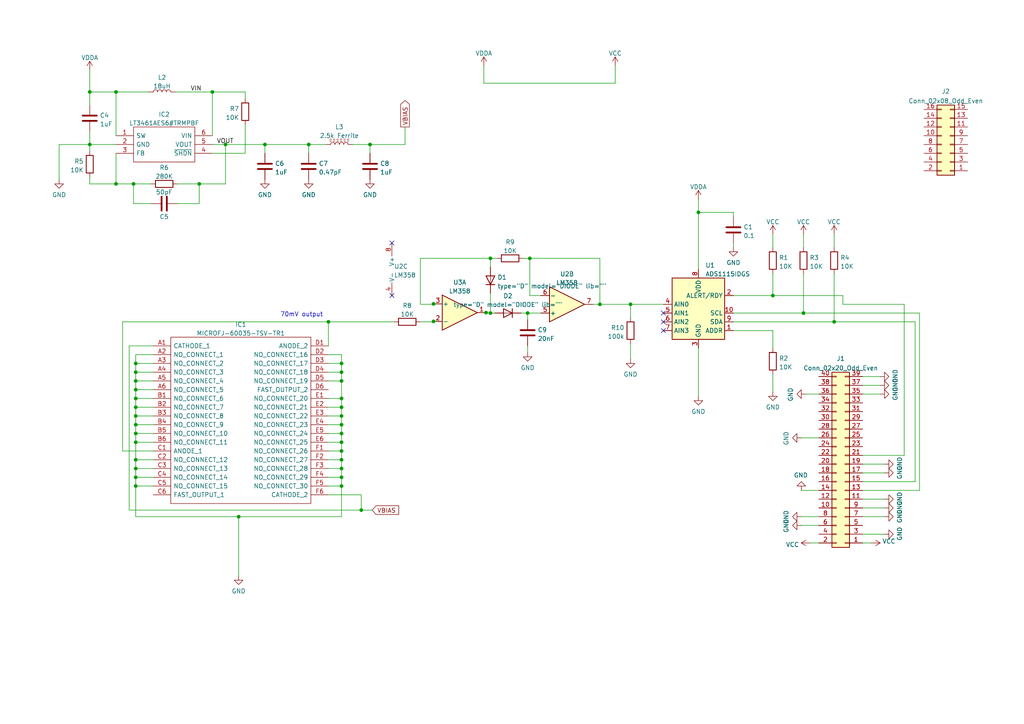
<source format=kicad_sch>
(kicad_sch (version 20211123) (generator eeschema)

  (uuid e63e39d7-6ac0-4ffd-8aa3-1841a4541b55)

  (paper "A4")

  (lib_symbols
    (symbol "Amplifier_Operational:LM358" (pin_names (offset 0.127)) (in_bom yes) (on_board yes)
      (property "Reference" "U" (id 0) (at 0 5.08 0)
        (effects (font (size 1.27 1.27)) (justify left))
      )
      (property "Value" "LM358" (id 1) (at 0 -5.08 0)
        (effects (font (size 1.27 1.27)) (justify left))
      )
      (property "Footprint" "" (id 2) (at 0 0 0)
        (effects (font (size 1.27 1.27)) hide)
      )
      (property "Datasheet" "http://www.ti.com/lit/ds/symlink/lm2904-n.pdf" (id 3) (at 0 0 0)
        (effects (font (size 1.27 1.27)) hide)
      )
      (property "ki_locked" "" (id 4) (at 0 0 0)
        (effects (font (size 1.27 1.27)))
      )
      (property "ki_keywords" "dual opamp" (id 5) (at 0 0 0)
        (effects (font (size 1.27 1.27)) hide)
      )
      (property "ki_description" "Low-Power, Dual Operational Amplifiers, DIP-8/SOIC-8/TO-99-8" (id 6) (at 0 0 0)
        (effects (font (size 1.27 1.27)) hide)
      )
      (property "ki_fp_filters" "SOIC*3.9x4.9mm*P1.27mm* DIP*W7.62mm* TO*99* OnSemi*Micro8* TSSOP*3x3mm*P0.65mm* TSSOP*4.4x3mm*P0.65mm* MSOP*3x3mm*P0.65mm* SSOP*3.9x4.9mm*P0.635mm* LFCSP*2x2mm*P0.5mm* *SIP* SOIC*5.3x6.2mm*P1.27mm*" (id 7) (at 0 0 0)
        (effects (font (size 1.27 1.27)) hide)
      )
      (symbol "LM358_1_1"
        (polyline
          (pts
            (xy -5.08 5.08)
            (xy 5.08 0)
            (xy -5.08 -5.08)
            (xy -5.08 5.08)
          )
          (stroke (width 0.254) (type default) (color 0 0 0 0))
          (fill (type background))
        )
        (pin output line (at 7.62 0 180) (length 2.54)
          (name "~" (effects (font (size 1.27 1.27))))
          (number "1" (effects (font (size 1.27 1.27))))
        )
        (pin input line (at -7.62 -2.54 0) (length 2.54)
          (name "-" (effects (font (size 1.27 1.27))))
          (number "2" (effects (font (size 1.27 1.27))))
        )
        (pin input line (at -7.62 2.54 0) (length 2.54)
          (name "+" (effects (font (size 1.27 1.27))))
          (number "3" (effects (font (size 1.27 1.27))))
        )
      )
      (symbol "LM358_2_1"
        (polyline
          (pts
            (xy -5.08 5.08)
            (xy 5.08 0)
            (xy -5.08 -5.08)
            (xy -5.08 5.08)
          )
          (stroke (width 0.254) (type default) (color 0 0 0 0))
          (fill (type background))
        )
        (pin input line (at -7.62 2.54 0) (length 2.54)
          (name "+" (effects (font (size 1.27 1.27))))
          (number "5" (effects (font (size 1.27 1.27))))
        )
        (pin input line (at -7.62 -2.54 0) (length 2.54)
          (name "-" (effects (font (size 1.27 1.27))))
          (number "6" (effects (font (size 1.27 1.27))))
        )
        (pin output line (at 7.62 0 180) (length 2.54)
          (name "~" (effects (font (size 1.27 1.27))))
          (number "7" (effects (font (size 1.27 1.27))))
        )
      )
      (symbol "LM358_3_1"
        (pin power_in line (at -2.54 -7.62 90) (length 3.81)
          (name "V-" (effects (font (size 1.27 1.27))))
          (number "4" (effects (font (size 1.27 1.27))))
        )
        (pin power_in line (at -2.54 7.62 270) (length 3.81)
          (name "V+" (effects (font (size 1.27 1.27))))
          (number "8" (effects (font (size 1.27 1.27))))
        )
      )
    )
    (symbol "Analog_ADC:ADS1115IDGS" (in_bom yes) (on_board yes)
      (property "Reference" "U" (id 0) (at 2.54 13.97 0)
        (effects (font (size 1.27 1.27)))
      )
      (property "Value" "ADS1115IDGS" (id 1) (at 7.62 11.43 0)
        (effects (font (size 1.27 1.27)))
      )
      (property "Footprint" "Package_SO:TSSOP-10_3x3mm_P0.5mm" (id 2) (at 0 -12.7 0)
        (effects (font (size 1.27 1.27)) hide)
      )
      (property "Datasheet" "http://www.ti.com/lit/ds/symlink/ads1113.pdf" (id 3) (at -1.27 -22.86 0)
        (effects (font (size 1.27 1.27)) hide)
      )
      (property "ki_keywords" "16 bit 4 channel I2C ADC" (id 4) (at 0 0 0)
        (effects (font (size 1.27 1.27)) hide)
      )
      (property "ki_description" "Ultra-Small, Low-Power, I2C-Compatible, 860-SPS, 16-Bit ADCs With Internal Reference, Oscillator, and Programmable Comparator, VSSOP-10" (id 5) (at 0 0 0)
        (effects (font (size 1.27 1.27)) hide)
      )
      (property "ki_fp_filters" "TSSOP*3x3mm*P0.5mm*" (id 6) (at 0 0 0)
        (effects (font (size 1.27 1.27)) hide)
      )
      (symbol "ADS1115IDGS_0_1"
        (rectangle (start -7.62 10.16) (end 7.62 -7.62)
          (stroke (width 0.254) (type default) (color 0 0 0 0))
          (fill (type background))
        )
      )
      (symbol "ADS1115IDGS_1_1"
        (pin input line (at 10.16 -5.08 180) (length 2.54)
          (name "ADDR" (effects (font (size 1.27 1.27))))
          (number "1" (effects (font (size 1.27 1.27))))
        )
        (pin input line (at 10.16 0 180) (length 2.54)
          (name "SCL" (effects (font (size 1.27 1.27))))
          (number "10" (effects (font (size 1.27 1.27))))
        )
        (pin output line (at 10.16 5.08 180) (length 2.54)
          (name "ALERT/RDY" (effects (font (size 1.27 1.27))))
          (number "2" (effects (font (size 1.27 1.27))))
        )
        (pin power_in line (at 0 -10.16 90) (length 2.54)
          (name "GND" (effects (font (size 1.27 1.27))))
          (number "3" (effects (font (size 1.27 1.27))))
        )
        (pin input line (at -10.16 2.54 0) (length 2.54)
          (name "AIN0" (effects (font (size 1.27 1.27))))
          (number "4" (effects (font (size 1.27 1.27))))
        )
        (pin input line (at -10.16 0 0) (length 2.54)
          (name "AIN1" (effects (font (size 1.27 1.27))))
          (number "5" (effects (font (size 1.27 1.27))))
        )
        (pin input line (at -10.16 -2.54 0) (length 2.54)
          (name "AIN2" (effects (font (size 1.27 1.27))))
          (number "6" (effects (font (size 1.27 1.27))))
        )
        (pin input line (at -10.16 -5.08 0) (length 2.54)
          (name "AIN3" (effects (font (size 1.27 1.27))))
          (number "7" (effects (font (size 1.27 1.27))))
        )
        (pin power_in line (at 0 12.7 270) (length 2.54)
          (name "VDD" (effects (font (size 1.27 1.27))))
          (number "8" (effects (font (size 1.27 1.27))))
        )
        (pin bidirectional line (at 10.16 -2.54 180) (length 2.54)
          (name "SDA" (effects (font (size 1.27 1.27))))
          (number "9" (effects (font (size 1.27 1.27))))
        )
      )
    )
    (symbol "BuckBoost:LT3461AES6#TRMPBF" (pin_names (offset 0.762)) (in_bom yes) (on_board yes)
      (property "Reference" "IC" (id 0) (at 24.13 7.62 0)
        (effects (font (size 1.27 1.27)) (justify left))
      )
      (property "Value" "LT3461AES6#TRMPBF" (id 1) (at 24.13 5.08 0)
        (effects (font (size 1.27 1.27)) (justify left))
      )
      (property "Footprint" "SOT95P280X100-6N" (id 2) (at 24.13 2.54 0)
        (effects (font (size 1.27 1.27)) (justify left) hide)
      )
      (property "Datasheet" "https://componentsearchengine.com/Datasheets/1/LT3461AES6#TRMPBF.pdf" (id 3) (at 24.13 0 0)
        (effects (font (size 1.27 1.27)) (justify left) hide)
      )
      (property "Description" "Linear Technology LT3461AES6#TRMPBF, Step Up DC-DC Converter, 600mA, Adjustable, 6-Pin TSOT-23" (id 4) (at 24.13 -2.54 0)
        (effects (font (size 1.27 1.27)) (justify left) hide)
      )
      (property "Height" "1" (id 5) (at 24.13 -5.08 0)
        (effects (font (size 1.27 1.27)) (justify left) hide)
      )
      (property "Mouser Part Number" "584-LT3461AES6TRMPBF" (id 6) (at 24.13 -7.62 0)
        (effects (font (size 1.27 1.27)) (justify left) hide)
      )
      (property "Mouser Price/Stock" "https://www.mouser.com/Search/Refine.aspx?Keyword=584-LT3461AES6TRMPBF" (id 7) (at 24.13 -10.16 0)
        (effects (font (size 1.27 1.27)) (justify left) hide)
      )
      (property "Manufacturer_Name" "Analog Devices" (id 8) (at 24.13 -12.7 0)
        (effects (font (size 1.27 1.27)) (justify left) hide)
      )
      (property "Manufacturer_Part_Number" "LT3461AES6#TRMPBF" (id 9) (at 24.13 -15.24 0)
        (effects (font (size 1.27 1.27)) (justify left) hide)
      )
      (property "ki_description" "Linear Technology LT3461AES6#TRMPBF, Step Up DC-DC Converter, 600mA, Adjustable, 6-Pin TSOT-23" (id 10) (at 0 0 0)
        (effects (font (size 1.27 1.27)) hide)
      )
      (symbol "LT3461AES6#TRMPBF_0_0"
        (pin passive line (at 0 0 0) (length 5.08)
          (name "SW" (effects (font (size 1.27 1.27))))
          (number "1" (effects (font (size 1.27 1.27))))
        )
        (pin passive line (at 0 -2.54 0) (length 5.08)
          (name "GND" (effects (font (size 1.27 1.27))))
          (number "2" (effects (font (size 1.27 1.27))))
        )
        (pin passive line (at 0 -5.08 0) (length 5.08)
          (name "FB" (effects (font (size 1.27 1.27))))
          (number "3" (effects (font (size 1.27 1.27))))
        )
        (pin passive line (at 27.94 -5.08 180) (length 5.08)
          (name "~{SHDN}" (effects (font (size 1.27 1.27))))
          (number "4" (effects (font (size 1.27 1.27))))
        )
        (pin passive line (at 27.94 -2.54 180) (length 5.08)
          (name "VOUT" (effects (font (size 1.27 1.27))))
          (number "5" (effects (font (size 1.27 1.27))))
        )
        (pin passive line (at 27.94 0 180) (length 5.08)
          (name "VIN" (effects (font (size 1.27 1.27))))
          (number "6" (effects (font (size 1.27 1.27))))
        )
      )
      (symbol "LT3461AES6#TRMPBF_0_1"
        (polyline
          (pts
            (xy 5.08 2.54)
            (xy 22.86 2.54)
            (xy 22.86 -7.62)
            (xy 5.08 -7.62)
            (xy 5.08 2.54)
          )
          (stroke (width 0.1524) (type default) (color 0 0 0 0))
          (fill (type none))
        )
      )
    )
    (symbol "Connector_Generic:Conn_02x08_Odd_Even" (pin_names (offset 1.016) hide) (in_bom yes) (on_board yes)
      (property "Reference" "J" (id 0) (at 1.27 10.16 0)
        (effects (font (size 1.27 1.27)))
      )
      (property "Value" "Conn_02x08_Odd_Even" (id 1) (at 1.27 -12.7 0)
        (effects (font (size 1.27 1.27)))
      )
      (property "Footprint" "" (id 2) (at 0 0 0)
        (effects (font (size 1.27 1.27)) hide)
      )
      (property "Datasheet" "~" (id 3) (at 0 0 0)
        (effects (font (size 1.27 1.27)) hide)
      )
      (property "ki_keywords" "connector" (id 4) (at 0 0 0)
        (effects (font (size 1.27 1.27)) hide)
      )
      (property "ki_description" "Generic connector, double row, 02x08, odd/even pin numbering scheme (row 1 odd numbers, row 2 even numbers), script generated (kicad-library-utils/schlib/autogen/connector/)" (id 5) (at 0 0 0)
        (effects (font (size 1.27 1.27)) hide)
      )
      (property "ki_fp_filters" "Connector*:*_2x??_*" (id 6) (at 0 0 0)
        (effects (font (size 1.27 1.27)) hide)
      )
      (symbol "Conn_02x08_Odd_Even_1_1"
        (rectangle (start -1.27 -10.033) (end 0 -10.287)
          (stroke (width 0.1524) (type default) (color 0 0 0 0))
          (fill (type none))
        )
        (rectangle (start -1.27 -7.493) (end 0 -7.747)
          (stroke (width 0.1524) (type default) (color 0 0 0 0))
          (fill (type none))
        )
        (rectangle (start -1.27 -4.953) (end 0 -5.207)
          (stroke (width 0.1524) (type default) (color 0 0 0 0))
          (fill (type none))
        )
        (rectangle (start -1.27 -2.413) (end 0 -2.667)
          (stroke (width 0.1524) (type default) (color 0 0 0 0))
          (fill (type none))
        )
        (rectangle (start -1.27 0.127) (end 0 -0.127)
          (stroke (width 0.1524) (type default) (color 0 0 0 0))
          (fill (type none))
        )
        (rectangle (start -1.27 2.667) (end 0 2.413)
          (stroke (width 0.1524) (type default) (color 0 0 0 0))
          (fill (type none))
        )
        (rectangle (start -1.27 5.207) (end 0 4.953)
          (stroke (width 0.1524) (type default) (color 0 0 0 0))
          (fill (type none))
        )
        (rectangle (start -1.27 7.747) (end 0 7.493)
          (stroke (width 0.1524) (type default) (color 0 0 0 0))
          (fill (type none))
        )
        (rectangle (start -1.27 8.89) (end 3.81 -11.43)
          (stroke (width 0.254) (type default) (color 0 0 0 0))
          (fill (type background))
        )
        (rectangle (start 3.81 -10.033) (end 2.54 -10.287)
          (stroke (width 0.1524) (type default) (color 0 0 0 0))
          (fill (type none))
        )
        (rectangle (start 3.81 -7.493) (end 2.54 -7.747)
          (stroke (width 0.1524) (type default) (color 0 0 0 0))
          (fill (type none))
        )
        (rectangle (start 3.81 -4.953) (end 2.54 -5.207)
          (stroke (width 0.1524) (type default) (color 0 0 0 0))
          (fill (type none))
        )
        (rectangle (start 3.81 -2.413) (end 2.54 -2.667)
          (stroke (width 0.1524) (type default) (color 0 0 0 0))
          (fill (type none))
        )
        (rectangle (start 3.81 0.127) (end 2.54 -0.127)
          (stroke (width 0.1524) (type default) (color 0 0 0 0))
          (fill (type none))
        )
        (rectangle (start 3.81 2.667) (end 2.54 2.413)
          (stroke (width 0.1524) (type default) (color 0 0 0 0))
          (fill (type none))
        )
        (rectangle (start 3.81 5.207) (end 2.54 4.953)
          (stroke (width 0.1524) (type default) (color 0 0 0 0))
          (fill (type none))
        )
        (rectangle (start 3.81 7.747) (end 2.54 7.493)
          (stroke (width 0.1524) (type default) (color 0 0 0 0))
          (fill (type none))
        )
        (pin passive line (at -5.08 7.62 0) (length 3.81)
          (name "Pin_1" (effects (font (size 1.27 1.27))))
          (number "1" (effects (font (size 1.27 1.27))))
        )
        (pin passive line (at 7.62 -2.54 180) (length 3.81)
          (name "Pin_10" (effects (font (size 1.27 1.27))))
          (number "10" (effects (font (size 1.27 1.27))))
        )
        (pin passive line (at -5.08 -5.08 0) (length 3.81)
          (name "Pin_11" (effects (font (size 1.27 1.27))))
          (number "11" (effects (font (size 1.27 1.27))))
        )
        (pin passive line (at 7.62 -5.08 180) (length 3.81)
          (name "Pin_12" (effects (font (size 1.27 1.27))))
          (number "12" (effects (font (size 1.27 1.27))))
        )
        (pin passive line (at -5.08 -7.62 0) (length 3.81)
          (name "Pin_13" (effects (font (size 1.27 1.27))))
          (number "13" (effects (font (size 1.27 1.27))))
        )
        (pin passive line (at 7.62 -7.62 180) (length 3.81)
          (name "Pin_14" (effects (font (size 1.27 1.27))))
          (number "14" (effects (font (size 1.27 1.27))))
        )
        (pin passive line (at -5.08 -10.16 0) (length 3.81)
          (name "Pin_15" (effects (font (size 1.27 1.27))))
          (number "15" (effects (font (size 1.27 1.27))))
        )
        (pin passive line (at 7.62 -10.16 180) (length 3.81)
          (name "Pin_16" (effects (font (size 1.27 1.27))))
          (number "16" (effects (font (size 1.27 1.27))))
        )
        (pin passive line (at 7.62 7.62 180) (length 3.81)
          (name "Pin_2" (effects (font (size 1.27 1.27))))
          (number "2" (effects (font (size 1.27 1.27))))
        )
        (pin passive line (at -5.08 5.08 0) (length 3.81)
          (name "Pin_3" (effects (font (size 1.27 1.27))))
          (number "3" (effects (font (size 1.27 1.27))))
        )
        (pin passive line (at 7.62 5.08 180) (length 3.81)
          (name "Pin_4" (effects (font (size 1.27 1.27))))
          (number "4" (effects (font (size 1.27 1.27))))
        )
        (pin passive line (at -5.08 2.54 0) (length 3.81)
          (name "Pin_5" (effects (font (size 1.27 1.27))))
          (number "5" (effects (font (size 1.27 1.27))))
        )
        (pin passive line (at 7.62 2.54 180) (length 3.81)
          (name "Pin_6" (effects (font (size 1.27 1.27))))
          (number "6" (effects (font (size 1.27 1.27))))
        )
        (pin passive line (at -5.08 0 0) (length 3.81)
          (name "Pin_7" (effects (font (size 1.27 1.27))))
          (number "7" (effects (font (size 1.27 1.27))))
        )
        (pin passive line (at 7.62 0 180) (length 3.81)
          (name "Pin_8" (effects (font (size 1.27 1.27))))
          (number "8" (effects (font (size 1.27 1.27))))
        )
        (pin passive line (at -5.08 -2.54 0) (length 3.81)
          (name "Pin_9" (effects (font (size 1.27 1.27))))
          (number "9" (effects (font (size 1.27 1.27))))
        )
      )
    )
    (symbol "Connector_Generic:Conn_02x20_Odd_Even" (pin_names (offset 1.016) hide) (in_bom yes) (on_board yes)
      (property "Reference" "J" (id 0) (at 1.27 25.4 0)
        (effects (font (size 1.27 1.27)))
      )
      (property "Value" "Conn_02x20_Odd_Even" (id 1) (at 1.27 -27.94 0)
        (effects (font (size 1.27 1.27)))
      )
      (property "Footprint" "" (id 2) (at 0 0 0)
        (effects (font (size 1.27 1.27)) hide)
      )
      (property "Datasheet" "~" (id 3) (at 0 0 0)
        (effects (font (size 1.27 1.27)) hide)
      )
      (property "ki_keywords" "connector" (id 4) (at 0 0 0)
        (effects (font (size 1.27 1.27)) hide)
      )
      (property "ki_description" "Generic connector, double row, 02x20, odd/even pin numbering scheme (row 1 odd numbers, row 2 even numbers), script generated (kicad-library-utils/schlib/autogen/connector/)" (id 5) (at 0 0 0)
        (effects (font (size 1.27 1.27)) hide)
      )
      (property "ki_fp_filters" "Connector*:*_2x??_*" (id 6) (at 0 0 0)
        (effects (font (size 1.27 1.27)) hide)
      )
      (symbol "Conn_02x20_Odd_Even_1_1"
        (rectangle (start -1.27 -25.273) (end 0 -25.527)
          (stroke (width 0.1524) (type default) (color 0 0 0 0))
          (fill (type none))
        )
        (rectangle (start -1.27 -22.733) (end 0 -22.987)
          (stroke (width 0.1524) (type default) (color 0 0 0 0))
          (fill (type none))
        )
        (rectangle (start -1.27 -20.193) (end 0 -20.447)
          (stroke (width 0.1524) (type default) (color 0 0 0 0))
          (fill (type none))
        )
        (rectangle (start -1.27 -17.653) (end 0 -17.907)
          (stroke (width 0.1524) (type default) (color 0 0 0 0))
          (fill (type none))
        )
        (rectangle (start -1.27 -15.113) (end 0 -15.367)
          (stroke (width 0.1524) (type default) (color 0 0 0 0))
          (fill (type none))
        )
        (rectangle (start -1.27 -12.573) (end 0 -12.827)
          (stroke (width 0.1524) (type default) (color 0 0 0 0))
          (fill (type none))
        )
        (rectangle (start -1.27 -10.033) (end 0 -10.287)
          (stroke (width 0.1524) (type default) (color 0 0 0 0))
          (fill (type none))
        )
        (rectangle (start -1.27 -7.493) (end 0 -7.747)
          (stroke (width 0.1524) (type default) (color 0 0 0 0))
          (fill (type none))
        )
        (rectangle (start -1.27 -4.953) (end 0 -5.207)
          (stroke (width 0.1524) (type default) (color 0 0 0 0))
          (fill (type none))
        )
        (rectangle (start -1.27 -2.413) (end 0 -2.667)
          (stroke (width 0.1524) (type default) (color 0 0 0 0))
          (fill (type none))
        )
        (rectangle (start -1.27 0.127) (end 0 -0.127)
          (stroke (width 0.1524) (type default) (color 0 0 0 0))
          (fill (type none))
        )
        (rectangle (start -1.27 2.667) (end 0 2.413)
          (stroke (width 0.1524) (type default) (color 0 0 0 0))
          (fill (type none))
        )
        (rectangle (start -1.27 5.207) (end 0 4.953)
          (stroke (width 0.1524) (type default) (color 0 0 0 0))
          (fill (type none))
        )
        (rectangle (start -1.27 7.747) (end 0 7.493)
          (stroke (width 0.1524) (type default) (color 0 0 0 0))
          (fill (type none))
        )
        (rectangle (start -1.27 10.287) (end 0 10.033)
          (stroke (width 0.1524) (type default) (color 0 0 0 0))
          (fill (type none))
        )
        (rectangle (start -1.27 12.827) (end 0 12.573)
          (stroke (width 0.1524) (type default) (color 0 0 0 0))
          (fill (type none))
        )
        (rectangle (start -1.27 15.367) (end 0 15.113)
          (stroke (width 0.1524) (type default) (color 0 0 0 0))
          (fill (type none))
        )
        (rectangle (start -1.27 17.907) (end 0 17.653)
          (stroke (width 0.1524) (type default) (color 0 0 0 0))
          (fill (type none))
        )
        (rectangle (start -1.27 20.447) (end 0 20.193)
          (stroke (width 0.1524) (type default) (color 0 0 0 0))
          (fill (type none))
        )
        (rectangle (start -1.27 22.987) (end 0 22.733)
          (stroke (width 0.1524) (type default) (color 0 0 0 0))
          (fill (type none))
        )
        (rectangle (start -1.27 24.13) (end 3.81 -26.67)
          (stroke (width 0.254) (type default) (color 0 0 0 0))
          (fill (type background))
        )
        (rectangle (start 3.81 -25.273) (end 2.54 -25.527)
          (stroke (width 0.1524) (type default) (color 0 0 0 0))
          (fill (type none))
        )
        (rectangle (start 3.81 -22.733) (end 2.54 -22.987)
          (stroke (width 0.1524) (type default) (color 0 0 0 0))
          (fill (type none))
        )
        (rectangle (start 3.81 -20.193) (end 2.54 -20.447)
          (stroke (width 0.1524) (type default) (color 0 0 0 0))
          (fill (type none))
        )
        (rectangle (start 3.81 -17.653) (end 2.54 -17.907)
          (stroke (width 0.1524) (type default) (color 0 0 0 0))
          (fill (type none))
        )
        (rectangle (start 3.81 -15.113) (end 2.54 -15.367)
          (stroke (width 0.1524) (type default) (color 0 0 0 0))
          (fill (type none))
        )
        (rectangle (start 3.81 -12.573) (end 2.54 -12.827)
          (stroke (width 0.1524) (type default) (color 0 0 0 0))
          (fill (type none))
        )
        (rectangle (start 3.81 -10.033) (end 2.54 -10.287)
          (stroke (width 0.1524) (type default) (color 0 0 0 0))
          (fill (type none))
        )
        (rectangle (start 3.81 -7.493) (end 2.54 -7.747)
          (stroke (width 0.1524) (type default) (color 0 0 0 0))
          (fill (type none))
        )
        (rectangle (start 3.81 -4.953) (end 2.54 -5.207)
          (stroke (width 0.1524) (type default) (color 0 0 0 0))
          (fill (type none))
        )
        (rectangle (start 3.81 -2.413) (end 2.54 -2.667)
          (stroke (width 0.1524) (type default) (color 0 0 0 0))
          (fill (type none))
        )
        (rectangle (start 3.81 0.127) (end 2.54 -0.127)
          (stroke (width 0.1524) (type default) (color 0 0 0 0))
          (fill (type none))
        )
        (rectangle (start 3.81 2.667) (end 2.54 2.413)
          (stroke (width 0.1524) (type default) (color 0 0 0 0))
          (fill (type none))
        )
        (rectangle (start 3.81 5.207) (end 2.54 4.953)
          (stroke (width 0.1524) (type default) (color 0 0 0 0))
          (fill (type none))
        )
        (rectangle (start 3.81 7.747) (end 2.54 7.493)
          (stroke (width 0.1524) (type default) (color 0 0 0 0))
          (fill (type none))
        )
        (rectangle (start 3.81 10.287) (end 2.54 10.033)
          (stroke (width 0.1524) (type default) (color 0 0 0 0))
          (fill (type none))
        )
        (rectangle (start 3.81 12.827) (end 2.54 12.573)
          (stroke (width 0.1524) (type default) (color 0 0 0 0))
          (fill (type none))
        )
        (rectangle (start 3.81 15.367) (end 2.54 15.113)
          (stroke (width 0.1524) (type default) (color 0 0 0 0))
          (fill (type none))
        )
        (rectangle (start 3.81 17.907) (end 2.54 17.653)
          (stroke (width 0.1524) (type default) (color 0 0 0 0))
          (fill (type none))
        )
        (rectangle (start 3.81 20.447) (end 2.54 20.193)
          (stroke (width 0.1524) (type default) (color 0 0 0 0))
          (fill (type none))
        )
        (rectangle (start 3.81 22.987) (end 2.54 22.733)
          (stroke (width 0.1524) (type default) (color 0 0 0 0))
          (fill (type none))
        )
        (pin passive line (at -5.08 22.86 0) (length 3.81)
          (name "Pin_1" (effects (font (size 1.27 1.27))))
          (number "1" (effects (font (size 1.27 1.27))))
        )
        (pin passive line (at 7.62 12.7 180) (length 3.81)
          (name "Pin_10" (effects (font (size 1.27 1.27))))
          (number "10" (effects (font (size 1.27 1.27))))
        )
        (pin passive line (at -5.08 10.16 0) (length 3.81)
          (name "Pin_11" (effects (font (size 1.27 1.27))))
          (number "11" (effects (font (size 1.27 1.27))))
        )
        (pin passive line (at 7.62 10.16 180) (length 3.81)
          (name "Pin_12" (effects (font (size 1.27 1.27))))
          (number "12" (effects (font (size 1.27 1.27))))
        )
        (pin passive line (at -5.08 7.62 0) (length 3.81)
          (name "Pin_13" (effects (font (size 1.27 1.27))))
          (number "13" (effects (font (size 1.27 1.27))))
        )
        (pin passive line (at 7.62 7.62 180) (length 3.81)
          (name "Pin_14" (effects (font (size 1.27 1.27))))
          (number "14" (effects (font (size 1.27 1.27))))
        )
        (pin passive line (at -5.08 5.08 0) (length 3.81)
          (name "Pin_15" (effects (font (size 1.27 1.27))))
          (number "15" (effects (font (size 1.27 1.27))))
        )
        (pin passive line (at 7.62 5.08 180) (length 3.81)
          (name "Pin_16" (effects (font (size 1.27 1.27))))
          (number "16" (effects (font (size 1.27 1.27))))
        )
        (pin passive line (at -5.08 2.54 0) (length 3.81)
          (name "Pin_17" (effects (font (size 1.27 1.27))))
          (number "17" (effects (font (size 1.27 1.27))))
        )
        (pin passive line (at 7.62 2.54 180) (length 3.81)
          (name "Pin_18" (effects (font (size 1.27 1.27))))
          (number "18" (effects (font (size 1.27 1.27))))
        )
        (pin passive line (at -5.08 0 0) (length 3.81)
          (name "Pin_19" (effects (font (size 1.27 1.27))))
          (number "19" (effects (font (size 1.27 1.27))))
        )
        (pin passive line (at 7.62 22.86 180) (length 3.81)
          (name "Pin_2" (effects (font (size 1.27 1.27))))
          (number "2" (effects (font (size 1.27 1.27))))
        )
        (pin passive line (at 7.62 0 180) (length 3.81)
          (name "Pin_20" (effects (font (size 1.27 1.27))))
          (number "20" (effects (font (size 1.27 1.27))))
        )
        (pin passive line (at -5.08 -2.54 0) (length 3.81)
          (name "Pin_21" (effects (font (size 1.27 1.27))))
          (number "21" (effects (font (size 1.27 1.27))))
        )
        (pin passive line (at 7.62 -2.54 180) (length 3.81)
          (name "Pin_22" (effects (font (size 1.27 1.27))))
          (number "22" (effects (font (size 1.27 1.27))))
        )
        (pin passive line (at -5.08 -5.08 0) (length 3.81)
          (name "Pin_23" (effects (font (size 1.27 1.27))))
          (number "23" (effects (font (size 1.27 1.27))))
        )
        (pin passive line (at 7.62 -5.08 180) (length 3.81)
          (name "Pin_24" (effects (font (size 1.27 1.27))))
          (number "24" (effects (font (size 1.27 1.27))))
        )
        (pin passive line (at -5.08 -7.62 0) (length 3.81)
          (name "Pin_25" (effects (font (size 1.27 1.27))))
          (number "25" (effects (font (size 1.27 1.27))))
        )
        (pin passive line (at 7.62 -7.62 180) (length 3.81)
          (name "Pin_26" (effects (font (size 1.27 1.27))))
          (number "26" (effects (font (size 1.27 1.27))))
        )
        (pin passive line (at -5.08 -10.16 0) (length 3.81)
          (name "Pin_27" (effects (font (size 1.27 1.27))))
          (number "27" (effects (font (size 1.27 1.27))))
        )
        (pin passive line (at 7.62 -10.16 180) (length 3.81)
          (name "Pin_28" (effects (font (size 1.27 1.27))))
          (number "28" (effects (font (size 1.27 1.27))))
        )
        (pin passive line (at -5.08 -12.7 0) (length 3.81)
          (name "Pin_29" (effects (font (size 1.27 1.27))))
          (number "29" (effects (font (size 1.27 1.27))))
        )
        (pin passive line (at -5.08 20.32 0) (length 3.81)
          (name "Pin_3" (effects (font (size 1.27 1.27))))
          (number "3" (effects (font (size 1.27 1.27))))
        )
        (pin passive line (at 7.62 -12.7 180) (length 3.81)
          (name "Pin_30" (effects (font (size 1.27 1.27))))
          (number "30" (effects (font (size 1.27 1.27))))
        )
        (pin passive line (at -5.08 -15.24 0) (length 3.81)
          (name "Pin_31" (effects (font (size 1.27 1.27))))
          (number "31" (effects (font (size 1.27 1.27))))
        )
        (pin passive line (at 7.62 -15.24 180) (length 3.81)
          (name "Pin_32" (effects (font (size 1.27 1.27))))
          (number "32" (effects (font (size 1.27 1.27))))
        )
        (pin passive line (at -5.08 -17.78 0) (length 3.81)
          (name "Pin_33" (effects (font (size 1.27 1.27))))
          (number "33" (effects (font (size 1.27 1.27))))
        )
        (pin passive line (at 7.62 -17.78 180) (length 3.81)
          (name "Pin_34" (effects (font (size 1.27 1.27))))
          (number "34" (effects (font (size 1.27 1.27))))
        )
        (pin passive line (at -5.08 -20.32 0) (length 3.81)
          (name "Pin_35" (effects (font (size 1.27 1.27))))
          (number "35" (effects (font (size 1.27 1.27))))
        )
        (pin passive line (at 7.62 -20.32 180) (length 3.81)
          (name "Pin_36" (effects (font (size 1.27 1.27))))
          (number "36" (effects (font (size 1.27 1.27))))
        )
        (pin passive line (at -5.08 -22.86 0) (length 3.81)
          (name "Pin_37" (effects (font (size 1.27 1.27))))
          (number "37" (effects (font (size 1.27 1.27))))
        )
        (pin passive line (at 7.62 -22.86 180) (length 3.81)
          (name "Pin_38" (effects (font (size 1.27 1.27))))
          (number "38" (effects (font (size 1.27 1.27))))
        )
        (pin passive line (at -5.08 -25.4 0) (length 3.81)
          (name "Pin_39" (effects (font (size 1.27 1.27))))
          (number "39" (effects (font (size 1.27 1.27))))
        )
        (pin passive line (at 7.62 20.32 180) (length 3.81)
          (name "Pin_4" (effects (font (size 1.27 1.27))))
          (number "4" (effects (font (size 1.27 1.27))))
        )
        (pin passive line (at 7.62 -25.4 180) (length 3.81)
          (name "Pin_40" (effects (font (size 1.27 1.27))))
          (number "40" (effects (font (size 1.27 1.27))))
        )
        (pin passive line (at -5.08 17.78 0) (length 3.81)
          (name "Pin_5" (effects (font (size 1.27 1.27))))
          (number "5" (effects (font (size 1.27 1.27))))
        )
        (pin passive line (at 7.62 17.78 180) (length 3.81)
          (name "Pin_6" (effects (font (size 1.27 1.27))))
          (number "6" (effects (font (size 1.27 1.27))))
        )
        (pin passive line (at -5.08 15.24 0) (length 3.81)
          (name "Pin_7" (effects (font (size 1.27 1.27))))
          (number "7" (effects (font (size 1.27 1.27))))
        )
        (pin passive line (at 7.62 15.24 180) (length 3.81)
          (name "Pin_8" (effects (font (size 1.27 1.27))))
          (number "8" (effects (font (size 1.27 1.27))))
        )
        (pin passive line (at -5.08 12.7 0) (length 3.81)
          (name "Pin_9" (effects (font (size 1.27 1.27))))
          (number "9" (effects (font (size 1.27 1.27))))
        )
      )
    )
    (symbol "Device:C" (pin_numbers hide) (pin_names (offset 0.254)) (in_bom yes) (on_board yes)
      (property "Reference" "C" (id 0) (at 0.635 2.54 0)
        (effects (font (size 1.27 1.27)) (justify left))
      )
      (property "Value" "C" (id 1) (at 0.635 -2.54 0)
        (effects (font (size 1.27 1.27)) (justify left))
      )
      (property "Footprint" "" (id 2) (at 0.9652 -3.81 0)
        (effects (font (size 1.27 1.27)) hide)
      )
      (property "Datasheet" "~" (id 3) (at 0 0 0)
        (effects (font (size 1.27 1.27)) hide)
      )
      (property "ki_keywords" "cap capacitor" (id 4) (at 0 0 0)
        (effects (font (size 1.27 1.27)) hide)
      )
      (property "ki_description" "Unpolarized capacitor" (id 5) (at 0 0 0)
        (effects (font (size 1.27 1.27)) hide)
      )
      (property "ki_fp_filters" "C_*" (id 6) (at 0 0 0)
        (effects (font (size 1.27 1.27)) hide)
      )
      (symbol "C_0_1"
        (polyline
          (pts
            (xy -2.032 -0.762)
            (xy 2.032 -0.762)
          )
          (stroke (width 0.508) (type default) (color 0 0 0 0))
          (fill (type none))
        )
        (polyline
          (pts
            (xy -2.032 0.762)
            (xy 2.032 0.762)
          )
          (stroke (width 0.508) (type default) (color 0 0 0 0))
          (fill (type none))
        )
      )
      (symbol "C_1_1"
        (pin passive line (at 0 3.81 270) (length 2.794)
          (name "~" (effects (font (size 1.27 1.27))))
          (number "1" (effects (font (size 1.27 1.27))))
        )
        (pin passive line (at 0 -3.81 90) (length 2.794)
          (name "~" (effects (font (size 1.27 1.27))))
          (number "2" (effects (font (size 1.27 1.27))))
        )
      )
    )
    (symbol "Device:L" (pin_numbers hide) (pin_names (offset 1.016) hide) (in_bom yes) (on_board yes)
      (property "Reference" "L" (id 0) (at -1.27 0 90)
        (effects (font (size 1.27 1.27)))
      )
      (property "Value" "L" (id 1) (at 1.905 0 90)
        (effects (font (size 1.27 1.27)))
      )
      (property "Footprint" "" (id 2) (at 0 0 0)
        (effects (font (size 1.27 1.27)) hide)
      )
      (property "Datasheet" "~" (id 3) (at 0 0 0)
        (effects (font (size 1.27 1.27)) hide)
      )
      (property "ki_keywords" "inductor choke coil reactor magnetic" (id 4) (at 0 0 0)
        (effects (font (size 1.27 1.27)) hide)
      )
      (property "ki_description" "Inductor" (id 5) (at 0 0 0)
        (effects (font (size 1.27 1.27)) hide)
      )
      (property "ki_fp_filters" "Choke_* *Coil* Inductor_* L_*" (id 6) (at 0 0 0)
        (effects (font (size 1.27 1.27)) hide)
      )
      (symbol "L_0_1"
        (arc (start 0 -2.54) (mid 0.635 -1.905) (end 0 -1.27)
          (stroke (width 0) (type default) (color 0 0 0 0))
          (fill (type none))
        )
        (arc (start 0 -1.27) (mid 0.635 -0.635) (end 0 0)
          (stroke (width 0) (type default) (color 0 0 0 0))
          (fill (type none))
        )
        (arc (start 0 0) (mid 0.635 0.635) (end 0 1.27)
          (stroke (width 0) (type default) (color 0 0 0 0))
          (fill (type none))
        )
        (arc (start 0 1.27) (mid 0.635 1.905) (end 0 2.54)
          (stroke (width 0) (type default) (color 0 0 0 0))
          (fill (type none))
        )
      )
      (symbol "L_1_1"
        (pin passive line (at 0 3.81 270) (length 1.27)
          (name "1" (effects (font (size 1.27 1.27))))
          (number "1" (effects (font (size 1.27 1.27))))
        )
        (pin passive line (at 0 -3.81 90) (length 1.27)
          (name "2" (effects (font (size 1.27 1.27))))
          (number "2" (effects (font (size 1.27 1.27))))
        )
      )
    )
    (symbol "Device:L_Ferrite" (pin_numbers hide) (pin_names (offset 1.016) hide) (in_bom yes) (on_board yes)
      (property "Reference" "L" (id 0) (at -1.27 0 90)
        (effects (font (size 1.27 1.27)))
      )
      (property "Value" "L_Ferrite" (id 1) (at 2.794 0 90)
        (effects (font (size 1.27 1.27)))
      )
      (property "Footprint" "" (id 2) (at 0 0 0)
        (effects (font (size 1.27 1.27)) hide)
      )
      (property "Datasheet" "~" (id 3) (at 0 0 0)
        (effects (font (size 1.27 1.27)) hide)
      )
      (property "ki_keywords" "inductor choke coil reactor magnetic" (id 4) (at 0 0 0)
        (effects (font (size 1.27 1.27)) hide)
      )
      (property "ki_description" "Inductor with ferrite core" (id 5) (at 0 0 0)
        (effects (font (size 1.27 1.27)) hide)
      )
      (property "ki_fp_filters" "Choke_* *Coil* Inductor_* L_*" (id 6) (at 0 0 0)
        (effects (font (size 1.27 1.27)) hide)
      )
      (symbol "L_Ferrite_0_1"
        (arc (start 0 -2.54) (mid 0.635 -1.905) (end 0 -1.27)
          (stroke (width 0) (type default) (color 0 0 0 0))
          (fill (type none))
        )
        (arc (start 0 -1.27) (mid 0.635 -0.635) (end 0 0)
          (stroke (width 0) (type default) (color 0 0 0 0))
          (fill (type none))
        )
        (polyline
          (pts
            (xy 1.016 -2.794)
            (xy 1.016 -2.286)
          )
          (stroke (width 0) (type default) (color 0 0 0 0))
          (fill (type none))
        )
        (polyline
          (pts
            (xy 1.016 -1.778)
            (xy 1.016 -1.27)
          )
          (stroke (width 0) (type default) (color 0 0 0 0))
          (fill (type none))
        )
        (polyline
          (pts
            (xy 1.016 -0.762)
            (xy 1.016 -0.254)
          )
          (stroke (width 0) (type default) (color 0 0 0 0))
          (fill (type none))
        )
        (polyline
          (pts
            (xy 1.016 0.254)
            (xy 1.016 0.762)
          )
          (stroke (width 0) (type default) (color 0 0 0 0))
          (fill (type none))
        )
        (polyline
          (pts
            (xy 1.016 1.27)
            (xy 1.016 1.778)
          )
          (stroke (width 0) (type default) (color 0 0 0 0))
          (fill (type none))
        )
        (polyline
          (pts
            (xy 1.016 2.286)
            (xy 1.016 2.794)
          )
          (stroke (width 0) (type default) (color 0 0 0 0))
          (fill (type none))
        )
        (polyline
          (pts
            (xy 1.524 -2.286)
            (xy 1.524 -2.794)
          )
          (stroke (width 0) (type default) (color 0 0 0 0))
          (fill (type none))
        )
        (polyline
          (pts
            (xy 1.524 -1.27)
            (xy 1.524 -1.778)
          )
          (stroke (width 0) (type default) (color 0 0 0 0))
          (fill (type none))
        )
        (polyline
          (pts
            (xy 1.524 -0.254)
            (xy 1.524 -0.762)
          )
          (stroke (width 0) (type default) (color 0 0 0 0))
          (fill (type none))
        )
        (polyline
          (pts
            (xy 1.524 0.762)
            (xy 1.524 0.254)
          )
          (stroke (width 0) (type default) (color 0 0 0 0))
          (fill (type none))
        )
        (polyline
          (pts
            (xy 1.524 1.778)
            (xy 1.524 1.27)
          )
          (stroke (width 0) (type default) (color 0 0 0 0))
          (fill (type none))
        )
        (polyline
          (pts
            (xy 1.524 2.794)
            (xy 1.524 2.286)
          )
          (stroke (width 0) (type default) (color 0 0 0 0))
          (fill (type none))
        )
        (arc (start 0 0) (mid 0.635 0.635) (end 0 1.27)
          (stroke (width 0) (type default) (color 0 0 0 0))
          (fill (type none))
        )
        (arc (start 0 1.27) (mid 0.635 1.905) (end 0 2.54)
          (stroke (width 0) (type default) (color 0 0 0 0))
          (fill (type none))
        )
      )
      (symbol "L_Ferrite_1_1"
        (pin passive line (at 0 3.81 270) (length 1.27)
          (name "1" (effects (font (size 1.27 1.27))))
          (number "1" (effects (font (size 1.27 1.27))))
        )
        (pin passive line (at 0 -3.81 90) (length 1.27)
          (name "2" (effects (font (size 1.27 1.27))))
          (number "2" (effects (font (size 1.27 1.27))))
        )
      )
    )
    (symbol "Device:R" (pin_numbers hide) (pin_names (offset 0)) (in_bom yes) (on_board yes)
      (property "Reference" "R" (id 0) (at 2.032 0 90)
        (effects (font (size 1.27 1.27)))
      )
      (property "Value" "R" (id 1) (at 0 0 90)
        (effects (font (size 1.27 1.27)))
      )
      (property "Footprint" "" (id 2) (at -1.778 0 90)
        (effects (font (size 1.27 1.27)) hide)
      )
      (property "Datasheet" "~" (id 3) (at 0 0 0)
        (effects (font (size 1.27 1.27)) hide)
      )
      (property "ki_keywords" "R res resistor" (id 4) (at 0 0 0)
        (effects (font (size 1.27 1.27)) hide)
      )
      (property "ki_description" "Resistor" (id 5) (at 0 0 0)
        (effects (font (size 1.27 1.27)) hide)
      )
      (property "ki_fp_filters" "R_*" (id 6) (at 0 0 0)
        (effects (font (size 1.27 1.27)) hide)
      )
      (symbol "R_0_1"
        (rectangle (start -1.016 -2.54) (end 1.016 2.54)
          (stroke (width 0.254) (type default) (color 0 0 0 0))
          (fill (type none))
        )
      )
      (symbol "R_1_1"
        (pin passive line (at 0 3.81 270) (length 1.27)
          (name "~" (effects (font (size 1.27 1.27))))
          (number "1" (effects (font (size 1.27 1.27))))
        )
        (pin passive line (at 0 -3.81 90) (length 1.27)
          (name "~" (effects (font (size 1.27 1.27))))
          (number "2" (effects (font (size 1.27 1.27))))
        )
      )
    )
    (symbol "SiPM:MICROFJ-60035-TSV-TR1" (pin_names (offset 0.762)) (in_bom yes) (on_board yes)
      (property "Reference" "IC" (id 0) (at 46.99 7.62 0)
        (effects (font (size 1.27 1.27)) (justify left))
      )
      (property "Value" "MICROFJ-60035-TSV-TR1" (id 1) (at 46.99 5.08 0)
        (effects (font (size 1.27 1.27)) (justify left))
      )
      (property "Footprint" "MICROFJ60035TSVTR1" (id 2) (at 46.99 2.54 0)
        (effects (font (size 1.27 1.27)) (justify left) hide)
      )
      (property "Datasheet" "https://www.onsemi.com/pdf/datasheet/microj-series-d.pdf" (id 3) (at 46.99 0 0)
        (effects (font (size 1.27 1.27)) (justify left) hide)
      )
      (property "Description" "Photodiodes J-SERIES 6MM 35U TSV" (id 4) (at 46.99 -2.54 0)
        (effects (font (size 1.27 1.27)) (justify left) hide)
      )
      (property "Height" "0.67" (id 5) (at 46.99 -5.08 0)
        (effects (font (size 1.27 1.27)) (justify left) hide)
      )
      (property "Mouser Part Number" "863-MFJ60035TSVTR1" (id 6) (at 46.99 -7.62 0)
        (effects (font (size 1.27 1.27)) (justify left) hide)
      )
      (property "Mouser Price/Stock" "https://www.mouser.co.uk/ProductDetail/onsemi/MICROFJ-60035-TSV-TR1?qs=byeeYqUIh0NZJG9dg5%252B6Ug%3D%3D" (id 7) (at 46.99 -10.16 0)
        (effects (font (size 1.27 1.27)) (justify left) hide)
      )
      (property "Manufacturer_Name" "onsemi" (id 8) (at 46.99 -12.7 0)
        (effects (font (size 1.27 1.27)) (justify left) hide)
      )
      (property "Manufacturer_Part_Number" "MICROFJ-60035-TSV-TR1" (id 9) (at 46.99 -15.24 0)
        (effects (font (size 1.27 1.27)) (justify left) hide)
      )
      (property "ki_description" "Photodiodes J-SERIES 6MM 35U TSV" (id 10) (at 0 0 0)
        (effects (font (size 1.27 1.27)) hide)
      )
      (symbol "MICROFJ-60035-TSV-TR1_0_0"
        (pin passive line (at 0 0 0) (length 5.08)
          (name "CATHODE_1" (effects (font (size 1.27 1.27))))
          (number "A1" (effects (font (size 1.27 1.27))))
        )
        (pin passive line (at 0 -2.54 0) (length 5.08)
          (name "NO_CONNECT_1" (effects (font (size 1.27 1.27))))
          (number "A2" (effects (font (size 1.27 1.27))))
        )
        (pin passive line (at 0 -5.08 0) (length 5.08)
          (name "NO_CONNECT_2" (effects (font (size 1.27 1.27))))
          (number "A3" (effects (font (size 1.27 1.27))))
        )
        (pin passive line (at 0 -7.62 0) (length 5.08)
          (name "NO_CONNECT_3" (effects (font (size 1.27 1.27))))
          (number "A4" (effects (font (size 1.27 1.27))))
        )
        (pin passive line (at 0 -10.16 0) (length 5.08)
          (name "NO_CONNECT_4" (effects (font (size 1.27 1.27))))
          (number "A5" (effects (font (size 1.27 1.27))))
        )
        (pin passive line (at 0 -12.7 0) (length 5.08)
          (name "NO_CONNECT_5" (effects (font (size 1.27 1.27))))
          (number "A6" (effects (font (size 1.27 1.27))))
        )
        (pin passive line (at 0 -15.24 0) (length 5.08)
          (name "NO_CONNECT_6" (effects (font (size 1.27 1.27))))
          (number "B1" (effects (font (size 1.27 1.27))))
        )
        (pin passive line (at 0 -17.78 0) (length 5.08)
          (name "NO_CONNECT_7" (effects (font (size 1.27 1.27))))
          (number "B2" (effects (font (size 1.27 1.27))))
        )
        (pin passive line (at 0 -20.32 0) (length 5.08)
          (name "NO_CONNECT_8" (effects (font (size 1.27 1.27))))
          (number "B3" (effects (font (size 1.27 1.27))))
        )
        (pin passive line (at 0 -22.86 0) (length 5.08)
          (name "NO_CONNECT_9" (effects (font (size 1.27 1.27))))
          (number "B4" (effects (font (size 1.27 1.27))))
        )
        (pin passive line (at 0 -25.4 0) (length 5.08)
          (name "NO_CONNECT_10" (effects (font (size 1.27 1.27))))
          (number "B5" (effects (font (size 1.27 1.27))))
        )
        (pin passive line (at 0 -27.94 0) (length 5.08)
          (name "NO_CONNECT_11" (effects (font (size 1.27 1.27))))
          (number "B6" (effects (font (size 1.27 1.27))))
        )
        (pin passive line (at 0 -30.48 0) (length 5.08)
          (name "ANODE_1" (effects (font (size 1.27 1.27))))
          (number "C1" (effects (font (size 1.27 1.27))))
        )
        (pin passive line (at 0 -33.02 0) (length 5.08)
          (name "NO_CONNECT_12" (effects (font (size 1.27 1.27))))
          (number "C2" (effects (font (size 1.27 1.27))))
        )
        (pin passive line (at 0 -35.56 0) (length 5.08)
          (name "NO_CONNECT_13" (effects (font (size 1.27 1.27))))
          (number "C3" (effects (font (size 1.27 1.27))))
        )
        (pin passive line (at 0 -38.1 0) (length 5.08)
          (name "NO_CONNECT_14" (effects (font (size 1.27 1.27))))
          (number "C4" (effects (font (size 1.27 1.27))))
        )
        (pin passive line (at 0 -40.64 0) (length 5.08)
          (name "NO_CONNECT_15" (effects (font (size 1.27 1.27))))
          (number "C5" (effects (font (size 1.27 1.27))))
        )
        (pin passive line (at 0 -43.18 0) (length 5.08)
          (name "FAST_OUTPUT_1" (effects (font (size 1.27 1.27))))
          (number "C6" (effects (font (size 1.27 1.27))))
        )
        (pin passive line (at 50.8 0 180) (length 5.08)
          (name "ANODE_2" (effects (font (size 1.27 1.27))))
          (number "D1" (effects (font (size 1.27 1.27))))
        )
        (pin passive line (at 50.8 -2.54 180) (length 5.08)
          (name "NO_CONNECT_16" (effects (font (size 1.27 1.27))))
          (number "D2" (effects (font (size 1.27 1.27))))
        )
        (pin passive line (at 50.8 -5.08 180) (length 5.08)
          (name "NO_CONNECT_17" (effects (font (size 1.27 1.27))))
          (number "D3" (effects (font (size 1.27 1.27))))
        )
        (pin passive line (at 50.8 -7.62 180) (length 5.08)
          (name "NO_CONNECT_18" (effects (font (size 1.27 1.27))))
          (number "D4" (effects (font (size 1.27 1.27))))
        )
        (pin passive line (at 50.8 -10.16 180) (length 5.08)
          (name "NO_CONNECT_19" (effects (font (size 1.27 1.27))))
          (number "D5" (effects (font (size 1.27 1.27))))
        )
        (pin passive line (at 50.8 -12.7 180) (length 5.08)
          (name "FAST_OUTPUT_2" (effects (font (size 1.27 1.27))))
          (number "D6" (effects (font (size 1.27 1.27))))
        )
        (pin passive line (at 50.8 -15.24 180) (length 5.08)
          (name "NO_CONNECT_20" (effects (font (size 1.27 1.27))))
          (number "E1" (effects (font (size 1.27 1.27))))
        )
        (pin passive line (at 50.8 -17.78 180) (length 5.08)
          (name "NO_CONNECT_21" (effects (font (size 1.27 1.27))))
          (number "E2" (effects (font (size 1.27 1.27))))
        )
        (pin passive line (at 50.8 -20.32 180) (length 5.08)
          (name "NO_CONNECT_22" (effects (font (size 1.27 1.27))))
          (number "E3" (effects (font (size 1.27 1.27))))
        )
        (pin passive line (at 50.8 -22.86 180) (length 5.08)
          (name "NO_CONNECT_23" (effects (font (size 1.27 1.27))))
          (number "E4" (effects (font (size 1.27 1.27))))
        )
        (pin passive line (at 50.8 -25.4 180) (length 5.08)
          (name "NO_CONNECT_24" (effects (font (size 1.27 1.27))))
          (number "E5" (effects (font (size 1.27 1.27))))
        )
        (pin passive line (at 50.8 -27.94 180) (length 5.08)
          (name "NO_CONNECT_25" (effects (font (size 1.27 1.27))))
          (number "E6" (effects (font (size 1.27 1.27))))
        )
        (pin passive line (at 50.8 -30.48 180) (length 5.08)
          (name "NO_CONNECT_26" (effects (font (size 1.27 1.27))))
          (number "F1" (effects (font (size 1.27 1.27))))
        )
        (pin passive line (at 50.8 -33.02 180) (length 5.08)
          (name "NO_CONNECT_27" (effects (font (size 1.27 1.27))))
          (number "F2" (effects (font (size 1.27 1.27))))
        )
        (pin passive line (at 50.8 -35.56 180) (length 5.08)
          (name "NO_CONNECT_28" (effects (font (size 1.27 1.27))))
          (number "F3" (effects (font (size 1.27 1.27))))
        )
        (pin passive line (at 50.8 -38.1 180) (length 5.08)
          (name "NO_CONNECT_29" (effects (font (size 1.27 1.27))))
          (number "F4" (effects (font (size 1.27 1.27))))
        )
        (pin passive line (at 50.8 -40.64 180) (length 5.08)
          (name "NO_CONNECT_30" (effects (font (size 1.27 1.27))))
          (number "F5" (effects (font (size 1.27 1.27))))
        )
        (pin passive line (at 50.8 -43.18 180) (length 5.08)
          (name "CATHODE_2" (effects (font (size 1.27 1.27))))
          (number "F6" (effects (font (size 1.27 1.27))))
        )
      )
      (symbol "MICROFJ-60035-TSV-TR1_0_1"
        (polyline
          (pts
            (xy 5.08 2.54)
            (xy 45.72 2.54)
            (xy 45.72 -45.72)
            (xy 5.08 -45.72)
            (xy 5.08 2.54)
          )
          (stroke (width 0.1524) (type default) (color 0 0 0 0))
          (fill (type none))
        )
      )
    )
    (symbol "Simulation_SPICE:DIODE" (pin_numbers hide) (pin_names (offset 1.016) hide) (in_bom yes) (on_board yes)
      (property "Reference" "D" (id 0) (at 0 2.54 0)
        (effects (font (size 1.27 1.27)))
      )
      (property "Value" "DIODE" (id 1) (at 0 -2.54 0)
        (effects (font (size 1.27 1.27)))
      )
      (property "Footprint" "" (id 2) (at 0 0 0)
        (effects (font (size 1.27 1.27)) hide)
      )
      (property "Datasheet" "~" (id 3) (at 0 0 0)
        (effects (font (size 1.27 1.27)) hide)
      )
      (property "Spice_Netlist_Enabled" "Y" (id 4) (at 0 0 0)
        (effects (font (size 1.27 1.27)) (justify left) hide)
      )
      (property "Spice_Primitive" "D" (id 5) (at 0 0 0)
        (effects (font (size 1.27 1.27)) (justify left) hide)
      )
      (property "ki_keywords" "simulation" (id 6) (at 0 0 0)
        (effects (font (size 1.27 1.27)) hide)
      )
      (property "ki_description" "Diode, anode on pin 1, for simulation only!" (id 7) (at 0 0 0)
        (effects (font (size 1.27 1.27)) hide)
      )
      (symbol "DIODE_0_1"
        (polyline
          (pts
            (xy 1.27 0)
            (xy -1.27 0)
          )
          (stroke (width 0) (type default) (color 0 0 0 0))
          (fill (type none))
        )
        (polyline
          (pts
            (xy 1.27 1.27)
            (xy 1.27 -1.27)
          )
          (stroke (width 0.254) (type default) (color 0 0 0 0))
          (fill (type none))
        )
        (polyline
          (pts
            (xy -1.27 -1.27)
            (xy -1.27 1.27)
            (xy 1.27 0)
            (xy -1.27 -1.27)
          )
          (stroke (width 0.254) (type default) (color 0 0 0 0))
          (fill (type none))
        )
      )
      (symbol "DIODE_1_1"
        (pin passive line (at -3.81 0 0) (length 2.54)
          (name "A" (effects (font (size 1.27 1.27))))
          (number "1" (effects (font (size 1.27 1.27))))
        )
        (pin passive line (at 3.81 0 180) (length 2.54)
          (name "K" (effects (font (size 1.27 1.27))))
          (number "2" (effects (font (size 1.27 1.27))))
        )
      )
    )
    (symbol "power:GND" (power) (pin_names (offset 0)) (in_bom yes) (on_board yes)
      (property "Reference" "#PWR" (id 0) (at 0 -6.35 0)
        (effects (font (size 1.27 1.27)) hide)
      )
      (property "Value" "GND" (id 1) (at 0 -3.81 0)
        (effects (font (size 1.27 1.27)))
      )
      (property "Footprint" "" (id 2) (at 0 0 0)
        (effects (font (size 1.27 1.27)) hide)
      )
      (property "Datasheet" "" (id 3) (at 0 0 0)
        (effects (font (size 1.27 1.27)) hide)
      )
      (property "ki_keywords" "power-flag" (id 4) (at 0 0 0)
        (effects (font (size 1.27 1.27)) hide)
      )
      (property "ki_description" "Power symbol creates a global label with name \"GND\" , ground" (id 5) (at 0 0 0)
        (effects (font (size 1.27 1.27)) hide)
      )
      (symbol "GND_0_1"
        (polyline
          (pts
            (xy 0 0)
            (xy 0 -1.27)
            (xy 1.27 -1.27)
            (xy 0 -2.54)
            (xy -1.27 -1.27)
            (xy 0 -1.27)
          )
          (stroke (width 0) (type default) (color 0 0 0 0))
          (fill (type none))
        )
      )
      (symbol "GND_1_1"
        (pin power_in line (at 0 0 270) (length 0) hide
          (name "GND" (effects (font (size 1.27 1.27))))
          (number "1" (effects (font (size 1.27 1.27))))
        )
      )
    )
    (symbol "power:VCC" (power) (pin_names (offset 0)) (in_bom yes) (on_board yes)
      (property "Reference" "#PWR" (id 0) (at 0 -3.81 0)
        (effects (font (size 1.27 1.27)) hide)
      )
      (property "Value" "VCC" (id 1) (at 0 3.81 0)
        (effects (font (size 1.27 1.27)))
      )
      (property "Footprint" "" (id 2) (at 0 0 0)
        (effects (font (size 1.27 1.27)) hide)
      )
      (property "Datasheet" "" (id 3) (at 0 0 0)
        (effects (font (size 1.27 1.27)) hide)
      )
      (property "ki_keywords" "power-flag" (id 4) (at 0 0 0)
        (effects (font (size 1.27 1.27)) hide)
      )
      (property "ki_description" "Power symbol creates a global label with name \"VCC\"" (id 5) (at 0 0 0)
        (effects (font (size 1.27 1.27)) hide)
      )
      (symbol "VCC_0_1"
        (polyline
          (pts
            (xy -0.762 1.27)
            (xy 0 2.54)
          )
          (stroke (width 0) (type default) (color 0 0 0 0))
          (fill (type none))
        )
        (polyline
          (pts
            (xy 0 0)
            (xy 0 2.54)
          )
          (stroke (width 0) (type default) (color 0 0 0 0))
          (fill (type none))
        )
        (polyline
          (pts
            (xy 0 2.54)
            (xy 0.762 1.27)
          )
          (stroke (width 0) (type default) (color 0 0 0 0))
          (fill (type none))
        )
      )
      (symbol "VCC_1_1"
        (pin power_in line (at 0 0 90) (length 0) hide
          (name "VCC" (effects (font (size 1.27 1.27))))
          (number "1" (effects (font (size 1.27 1.27))))
        )
      )
    )
    (symbol "power:VDDA" (power) (pin_names (offset 0)) (in_bom yes) (on_board yes)
      (property "Reference" "#PWR" (id 0) (at 0 -3.81 0)
        (effects (font (size 1.27 1.27)) hide)
      )
      (property "Value" "VDDA" (id 1) (at 0 3.81 0)
        (effects (font (size 1.27 1.27)))
      )
      (property "Footprint" "" (id 2) (at 0 0 0)
        (effects (font (size 1.27 1.27)) hide)
      )
      (property "Datasheet" "" (id 3) (at 0 0 0)
        (effects (font (size 1.27 1.27)) hide)
      )
      (property "ki_keywords" "power-flag" (id 4) (at 0 0 0)
        (effects (font (size 1.27 1.27)) hide)
      )
      (property "ki_description" "Power symbol creates a global label with name \"VDDA\"" (id 5) (at 0 0 0)
        (effects (font (size 1.27 1.27)) hide)
      )
      (symbol "VDDA_0_1"
        (polyline
          (pts
            (xy -0.762 1.27)
            (xy 0 2.54)
          )
          (stroke (width 0) (type default) (color 0 0 0 0))
          (fill (type none))
        )
        (polyline
          (pts
            (xy 0 0)
            (xy 0 2.54)
          )
          (stroke (width 0) (type default) (color 0 0 0 0))
          (fill (type none))
        )
        (polyline
          (pts
            (xy 0 2.54)
            (xy 0.762 1.27)
          )
          (stroke (width 0) (type default) (color 0 0 0 0))
          (fill (type none))
        )
      )
      (symbol "VDDA_1_1"
        (pin power_in line (at 0 0 90) (length 0) hide
          (name "VDDA" (effects (font (size 1.27 1.27))))
          (number "1" (effects (font (size 1.27 1.27))))
        )
      )
    )
  )

  (junction (at 142.24 90.805) (diameter 0) (color 0 0 0 0)
    (uuid 0136bab5-3fa9-4204-a212-5abc637f6f4d)
  )
  (junction (at 39.37 125.73) (diameter 0) (color 0 0 0 0)
    (uuid 07a0cab2-ddd4-4416-9ddd-f7730be158cf)
  )
  (junction (at 39.37 110.49) (diameter 0) (color 0 0 0 0)
    (uuid 10dbeee4-5f5c-43bb-a5e5-3e897833e494)
  )
  (junction (at 57.785 53.34) (diameter 0) (color 0 0 0 0)
    (uuid 15d55919-d622-40e7-9507-e861f14df76b)
  )
  (junction (at 65.405 41.91) (diameter 0) (color 0 0 0 0)
    (uuid 23589454-245e-430d-a369-ff86e52c5eee)
  )
  (junction (at 39.37 123.19) (diameter 0) (color 0 0 0 0)
    (uuid 2b530ec1-d69f-46a3-a482-48b73f150ab3)
  )
  (junction (at 39.37 120.65) (diameter 0) (color 0 0 0 0)
    (uuid 2e6c0644-1c96-4aa0-9aca-143fb78043c6)
  )
  (junction (at 99.06 123.19) (diameter 0) (color 0 0 0 0)
    (uuid 2f7bee41-4cbe-4e2b-bfb2-d2fed835def5)
  )
  (junction (at 99.06 138.43) (diameter 0) (color 0 0 0 0)
    (uuid 31f8cc9a-5335-454b-bfca-307dd987b048)
  )
  (junction (at 99.06 120.65) (diameter 0) (color 0 0 0 0)
    (uuid 33a5cb49-5030-4606-b0cc-80e9fa874be5)
  )
  (junction (at 69.215 149.86) (diameter 0) (color 0 0 0 0)
    (uuid 398117ce-f9d6-4159-ab90-7abff880c676)
  )
  (junction (at 182.88 88.265) (diameter 0) (color 0 0 0 0)
    (uuid 422d793e-d40c-40d6-a28d-83d77ad0457f)
  )
  (junction (at 104.775 147.955) (diameter 0) (color 0 0 0 0)
    (uuid 44949a57-e127-4047-9fac-7df5b5279a6f)
  )
  (junction (at 39.37 105.41) (diameter 0) (color 0 0 0 0)
    (uuid 46820ab4-8fe9-4a27-ae08-3b28dceadad7)
  )
  (junction (at 99.06 130.81) (diameter 0) (color 0 0 0 0)
    (uuid 49a1bc20-c913-46dc-9376-1b0913cfb886)
  )
  (junction (at 107.315 41.91) (diameter 0) (color 0 0 0 0)
    (uuid 58ef4db6-7987-4193-8447-d6450b174458)
  )
  (junction (at 99.06 107.95) (diameter 0) (color 0 0 0 0)
    (uuid 594503b1-8f1d-4e99-8ad3-fba47d96a0dc)
  )
  (junction (at 99.06 140.97) (diameter 0) (color 0 0 0 0)
    (uuid 5bc68a7b-c93d-40a5-9b2d-f2fbc21713f4)
  )
  (junction (at 95.25 93.345) (diameter 0) (color 0 0 0 0)
    (uuid 5daea146-e3a0-4201-91a5-7862c478cd9f)
  )
  (junction (at 241.935 93.345) (diameter 0) (color 0 0 0 0)
    (uuid 60127bd3-820b-4497-9f66-1b004067dc90)
  )
  (junction (at 39.37 133.35) (diameter 0) (color 0 0 0 0)
    (uuid 6154ab8e-32a8-49d7-9663-d99951ea6a4c)
  )
  (junction (at 61.595 26.67) (diameter 0) (color 0 0 0 0)
    (uuid 6178c5da-df8a-4706-a9dc-fce3b1d848d2)
  )
  (junction (at 99.06 118.11) (diameter 0) (color 0 0 0 0)
    (uuid 656e5b8b-bace-459a-a928-d28ee1acc6f7)
  )
  (junction (at 99.06 128.27) (diameter 0) (color 0 0 0 0)
    (uuid 69b54594-b61e-440c-bc70-9882ee5e1d64)
  )
  (junction (at 99.06 115.57) (diameter 0) (color 0 0 0 0)
    (uuid 6e69f0ac-d9ec-424c-91cd-ebc214520c45)
  )
  (junction (at 38.735 53.34) (diameter 0) (color 0 0 0 0)
    (uuid 7ba5048c-4c16-4127-b810-eb5949afcf9f)
  )
  (junction (at 142.24 74.93) (diameter 0) (color 0 0 0 0)
    (uuid 86ac9d72-bfc7-4e9f-bf47-2f056ca2740e)
  )
  (junction (at 76.835 41.91) (diameter 0) (color 0 0 0 0)
    (uuid 908cc4a6-483f-4249-a0ee-345070e97e22)
  )
  (junction (at 39.37 115.57) (diameter 0) (color 0 0 0 0)
    (uuid 934de5c3-556a-4cc3-b1e4-b502d8616dfa)
  )
  (junction (at 99.06 110.49) (diameter 0) (color 0 0 0 0)
    (uuid 9440ad5c-c2ba-4c98-993b-4c55d6f34650)
  )
  (junction (at 39.37 107.95) (diameter 0) (color 0 0 0 0)
    (uuid 97bd68b9-231a-4122-b6c1-13ce47151000)
  )
  (junction (at 153.67 74.93) (diameter 0) (color 0 0 0 0)
    (uuid 9c73bf92-7ae6-478f-96c9-8ff82f6b9e04)
  )
  (junction (at 39.37 140.97) (diameter 0) (color 0 0 0 0)
    (uuid 9c8aa93e-78ce-451a-9067-66a26016d113)
  )
  (junction (at 202.565 61.595) (diameter 0) (color 0 0 0 0)
    (uuid 9d4cdbc3-3a05-4a2d-938e-fbcf7048611b)
  )
  (junction (at 33.655 53.34) (diameter 0) (color 0 0 0 0)
    (uuid a1964d85-b3fb-4df0-9dbe-187688c87333)
  )
  (junction (at 99.06 125.73) (diameter 0) (color 0 0 0 0)
    (uuid ab385e7d-865e-4a64-9cf5-3bb73a5edf1e)
  )
  (junction (at 39.37 128.27) (diameter 0) (color 0 0 0 0)
    (uuid ad50ba17-652f-430e-b1fb-ebf4d710cec9)
  )
  (junction (at 140.97 90.678) (diameter 0) (color 0 0 0 0)
    (uuid b04075d2-3602-43e6-92be-9dd21513a200)
  )
  (junction (at 99.06 105.41) (diameter 0) (color 0 0 0 0)
    (uuid b15045cd-31c2-4fd6-8847-a7bd9b956f2e)
  )
  (junction (at 39.37 135.89) (diameter 0) (color 0 0 0 0)
    (uuid b6677fbb-c49b-4757-a2e9-ff629ce2ea5a)
  )
  (junction (at 224.155 85.725) (diameter 0) (color 0 0 0 0)
    (uuid bbc27cdb-6a20-4cff-b890-34724dfcbe54)
  )
  (junction (at 39.37 118.11) (diameter 0) (color 0 0 0 0)
    (uuid c1d444d9-4c77-4f10-9bd7-87abb6fe042f)
  )
  (junction (at 26.035 26.67) (diameter 0) (color 0 0 0 0)
    (uuid c4cf89fa-904d-476b-a456-3c6e050f2e1d)
  )
  (junction (at 233.045 90.805) (diameter 0) (color 0 0 0 0)
    (uuid c6124827-00f9-4bc2-82b7-7780d0d1ae33)
  )
  (junction (at 26.035 41.91) (diameter 0) (color 0 0 0 0)
    (uuid c8e859a2-c967-425e-85fc-5269e1510c68)
  )
  (junction (at 125.73 93.218) (diameter 0) (color 0 0 0 0)
    (uuid cc30120b-5491-407f-8078-f17c31fa62c1)
  )
  (junction (at 99.06 135.89) (diameter 0) (color 0 0 0 0)
    (uuid d9dd6f1d-3110-4474-8528-4966a9c4e684)
  )
  (junction (at 39.37 138.43) (diameter 0) (color 0 0 0 0)
    (uuid dc4a8638-166b-4704-aa4e-75ab0720f230)
  )
  (junction (at 89.535 41.91) (diameter 0) (color 0 0 0 0)
    (uuid de268cb9-7c87-429c-92cb-7f3a7b0a91ba)
  )
  (junction (at 39.37 113.03) (diameter 0) (color 0 0 0 0)
    (uuid e127a5f9-e4f4-42b8-abe8-a012f0478fa2)
  )
  (junction (at 99.06 133.35) (diameter 0) (color 0 0 0 0)
    (uuid e6477f67-0b2c-479d-9e6b-2e11d21b8b91)
  )
  (junction (at 153.035 90.805) (diameter 0) (color 0 0 0 0)
    (uuid edd1c1d6-fdbf-40e6-a3a4-1654a20ef749)
  )
  (junction (at 173.99 88.265) (diameter 0) (color 0 0 0 0)
    (uuid f21d9c4b-1e5d-4a7a-bf40-6fa41c41fe31)
  )
  (junction (at 33.655 26.67) (diameter 0) (color 0 0 0 0)
    (uuid f740ebbc-dec5-4776-91d9-e1fc183552e9)
  )
  (junction (at 125.73 88.138) (diameter 0) (color 0 0 0 0)
    (uuid f9be2e45-56e0-4e20-a353-ef4b2b80874c)
  )

  (no_connect (at 192.405 90.805) (uuid 884b84e5-6098-404e-9154-a8e0946e697c))
  (no_connect (at 192.405 93.345) (uuid 884b84e5-6098-404e-9154-a8e0946e697d))
  (no_connect (at 192.405 95.885) (uuid 884b84e5-6098-404e-9154-a8e0946e697e))
  (no_connect (at 113.665 70.485) (uuid fc101a77-0c55-477d-8864-fc99bfac6d20))
  (no_connect (at 113.665 85.725) (uuid fc101a77-0c55-477d-8864-fc99bfac6d21))

  (wire (pts (xy 39.37 135.89) (xy 44.45 135.89))
    (stroke (width 0) (type default) (color 0 0 0 0))
    (uuid 038002c1-f9ea-402f-9f1c-57abeb036721)
  )
  (wire (pts (xy 33.655 53.34) (xy 38.735 53.34))
    (stroke (width 0) (type default) (color 0 0 0 0))
    (uuid 0697beb4-50b5-42b5-ab86-388a82115a4e)
  )
  (wire (pts (xy 95.25 133.35) (xy 99.06 133.35))
    (stroke (width 0) (type default) (color 0 0 0 0))
    (uuid 06fc7f2f-8f5f-41fb-b8a5-ff1af2240c14)
  )
  (wire (pts (xy 44.45 107.95) (xy 39.37 107.95))
    (stroke (width 0) (type default) (color 0 0 0 0))
    (uuid 095d677c-ab6a-49e8-a3ed-4f6c9455b4c9)
  )
  (wire (pts (xy 95.25 140.97) (xy 99.06 140.97))
    (stroke (width 0) (type default) (color 0 0 0 0))
    (uuid 0b56eed3-81c4-412c-8d2f-587ed945a5c6)
  )
  (wire (pts (xy 39.37 138.43) (xy 39.37 140.97))
    (stroke (width 0) (type default) (color 0 0 0 0))
    (uuid 0b7db4d6-b51c-4c69-844d-9173d9c2ace6)
  )
  (wire (pts (xy 224.155 108.585) (xy 224.155 113.665))
    (stroke (width 0) (type default) (color 0 0 0 0))
    (uuid 0b8b8c51-21dd-4853-8c68-de1960de507d)
  )
  (wire (pts (xy 182.88 88.265) (xy 182.88 92.075))
    (stroke (width 0) (type default) (color 0 0 0 0))
    (uuid 0c129927-062a-4eba-b07c-057f3d24a134)
  )
  (wire (pts (xy 173.99 88.265) (xy 173.99 74.93))
    (stroke (width 0) (type default) (color 0 0 0 0))
    (uuid 0c2c651e-58b3-4209-b22d-c7cbd8635479)
  )
  (wire (pts (xy 39.37 135.89) (xy 39.37 138.43))
    (stroke (width 0) (type default) (color 0 0 0 0))
    (uuid 0d16a06f-cfd4-451b-a60b-e4cc9fb53e8c)
  )
  (wire (pts (xy 71.12 44.45) (xy 71.12 36.195))
    (stroke (width 0) (type default) (color 0 0 0 0))
    (uuid 0f42c241-1e86-465d-ae03-61be8037c267)
  )
  (wire (pts (xy 44.45 133.35) (xy 39.37 133.35))
    (stroke (width 0) (type default) (color 0 0 0 0))
    (uuid 1104a93a-66f6-42a7-8024-74f771f733cd)
  )
  (wire (pts (xy 39.37 140.97) (xy 39.37 149.86))
    (stroke (width 0) (type default) (color 0 0 0 0))
    (uuid 111e03bc-3ef1-477a-9ebd-62b6e50f28da)
  )
  (wire (pts (xy 26.035 53.34) (xy 33.655 53.34))
    (stroke (width 0) (type default) (color 0 0 0 0))
    (uuid 12962c0f-279e-4f00-ab89-ccb5ea56904d)
  )
  (wire (pts (xy 250.19 132.08) (xy 262.255 132.08))
    (stroke (width 0) (type default) (color 0 0 0 0))
    (uuid 1437cf69-ba02-4bd4-b13f-2f0e1f494f96)
  )
  (wire (pts (xy 26.035 38.1) (xy 26.035 41.91))
    (stroke (width 0) (type default) (color 0 0 0 0))
    (uuid 15be4bc9-1c8e-4555-887c-a141c31bbb21)
  )
  (wire (pts (xy 142.24 74.93) (xy 142.24 77.47))
    (stroke (width 0) (type default) (color 0 0 0 0))
    (uuid 15c1c425-89d7-4041-b2de-b4e7a165c4af)
  )
  (wire (pts (xy 212.725 61.595) (xy 202.565 61.595))
    (stroke (width 0) (type default) (color 0 0 0 0))
    (uuid 169bb870-67b7-4911-bbef-3e0fb77dd454)
  )
  (wire (pts (xy 250.19 137.16) (xy 256.54 137.16))
    (stroke (width 0) (type default) (color 0 0 0 0))
    (uuid 194cbf42-24cc-40a5-a66b-fffb1517d1f4)
  )
  (wire (pts (xy 107.315 41.91) (xy 102.235 41.91))
    (stroke (width 0) (type default) (color 0 0 0 0))
    (uuid 19eb4d08-2986-40ab-9cdc-5db6b32afd7e)
  )
  (wire (pts (xy 99.06 105.41) (xy 99.06 107.95))
    (stroke (width 0) (type default) (color 0 0 0 0))
    (uuid 1fedc5b1-e226-4851-b4f4-100ae4d9d0b9)
  )
  (wire (pts (xy 39.37 113.03) (xy 39.37 115.57))
    (stroke (width 0) (type default) (color 0 0 0 0))
    (uuid 2033ea27-0c71-4a7a-87ef-8c12c9e6fb2e)
  )
  (wire (pts (xy 244.475 88.265) (xy 262.255 88.265))
    (stroke (width 0) (type default) (color 0 0 0 0))
    (uuid 24ac5030-999b-4968-8639-194173fe7939)
  )
  (wire (pts (xy 26.035 41.91) (xy 26.035 43.815))
    (stroke (width 0) (type default) (color 0 0 0 0))
    (uuid 26a7eb89-6893-48f4-a7d5-a98f1a098426)
  )
  (wire (pts (xy 232.41 142.24) (xy 237.49 142.24))
    (stroke (width 0) (type default) (color 0 0 0 0))
    (uuid 26c9a61b-49de-43ad-b3c9-7b4385b6b4c9)
  )
  (wire (pts (xy 95.25 135.89) (xy 99.06 135.89))
    (stroke (width 0) (type default) (color 0 0 0 0))
    (uuid 293db716-7c59-4542-9e01-f6f49f623bfe)
  )
  (wire (pts (xy 99.06 135.89) (xy 99.06 138.43))
    (stroke (width 0) (type default) (color 0 0 0 0))
    (uuid 2981c6d6-5d63-48c9-9325-2afb93f219bb)
  )
  (wire (pts (xy 142.24 85.09) (xy 142.24 90.805))
    (stroke (width 0) (type default) (color 0 0 0 0))
    (uuid 2a23c3f5-05e9-4256-a4c5-885bb5230007)
  )
  (wire (pts (xy 151.13 90.805) (xy 153.035 90.805))
    (stroke (width 0) (type default) (color 0 0 0 0))
    (uuid 2a3f0807-5805-4be5-8cc7-fc59058e2d75)
  )
  (wire (pts (xy 99.06 140.97) (xy 99.06 149.86))
    (stroke (width 0) (type default) (color 0 0 0 0))
    (uuid 2c6f1f84-fdf5-4e17-88a6-fcff15db1704)
  )
  (wire (pts (xy 39.37 128.27) (xy 44.45 128.27))
    (stroke (width 0) (type default) (color 0 0 0 0))
    (uuid 2cecbe42-1a09-4879-ab08-efa730fa59eb)
  )
  (wire (pts (xy 44.45 123.19) (xy 39.37 123.19))
    (stroke (width 0) (type default) (color 0 0 0 0))
    (uuid 2dbbd7da-4e1e-4b68-afde-92776de3f62d)
  )
  (wire (pts (xy 173.99 74.93) (xy 153.67 74.93))
    (stroke (width 0) (type default) (color 0 0 0 0))
    (uuid 2f077bf5-7441-4e35-ae04-0de3f2791a20)
  )
  (wire (pts (xy 61.595 41.91) (xy 65.405 41.91))
    (stroke (width 0) (type default) (color 0 0 0 0))
    (uuid 2f7acc8f-53e5-4dc7-9b26-e409ee58ad8e)
  )
  (wire (pts (xy 241.935 67.945) (xy 241.935 71.755))
    (stroke (width 0) (type default) (color 0 0 0 0))
    (uuid 31cab17f-8728-4b97-9086-9483b143cf22)
  )
  (wire (pts (xy 39.37 115.57) (xy 44.45 115.57))
    (stroke (width 0) (type default) (color 0 0 0 0))
    (uuid 322a030f-25f0-4bbb-b500-6896332fa64f)
  )
  (wire (pts (xy 224.155 95.885) (xy 224.155 100.965))
    (stroke (width 0) (type default) (color 0 0 0 0))
    (uuid 34bb5063-d950-49a1-a52c-5140c9d62cd8)
  )
  (wire (pts (xy 140.335 19.05) (xy 140.335 24.13))
    (stroke (width 0) (type default) (color 0 0 0 0))
    (uuid 370dcdbf-7b5f-4045-918c-eec6f299902a)
  )
  (wire (pts (xy 39.37 110.49) (xy 44.45 110.49))
    (stroke (width 0) (type default) (color 0 0 0 0))
    (uuid 38eff582-522f-4dee-a3b6-4d794eaa16c8)
  )
  (wire (pts (xy 26.035 51.435) (xy 26.035 53.34))
    (stroke (width 0) (type default) (color 0 0 0 0))
    (uuid 39a48ace-dbf5-4e47-aaa4-e45fb6a57b16)
  )
  (wire (pts (xy 232.41 149.86) (xy 237.49 149.86))
    (stroke (width 0) (type default) (color 0 0 0 0))
    (uuid 39fef770-0271-4b9d-b377-eca0ec10c9f0)
  )
  (wire (pts (xy 95.25 110.49) (xy 99.06 110.49))
    (stroke (width 0) (type default) (color 0 0 0 0))
    (uuid 3a3a5e73-0f81-474d-b070-b4994bd646f7)
  )
  (wire (pts (xy 104.775 143.51) (xy 104.775 147.955))
    (stroke (width 0) (type default) (color 0 0 0 0))
    (uuid 3a48384c-a802-4045-8557-2928553cddbe)
  )
  (wire (pts (xy 71.12 28.575) (xy 71.12 26.67))
    (stroke (width 0) (type default) (color 0 0 0 0))
    (uuid 3c4b1449-1c6d-4742-841a-1f097ff7804f)
  )
  (wire (pts (xy 144.145 74.93) (xy 142.24 74.93))
    (stroke (width 0) (type default) (color 0 0 0 0))
    (uuid 3c9ee3ac-f24c-4788-bbf6-36b26a95e6ff)
  )
  (wire (pts (xy 233.045 90.805) (xy 266.7 90.805))
    (stroke (width 0) (type default) (color 0 0 0 0))
    (uuid 3e1da971-efef-4f9a-8e79-239a2e52496b)
  )
  (wire (pts (xy 224.155 85.725) (xy 224.155 79.375))
    (stroke (width 0) (type default) (color 0 0 0 0))
    (uuid 3f288231-cf87-4e55-8036-5d3ea95df8a6)
  )
  (wire (pts (xy 38.735 53.34) (xy 43.815 53.34))
    (stroke (width 0) (type default) (color 0 0 0 0))
    (uuid 3f69c017-95c2-46a7-8c0c-2429f65156d2)
  )
  (wire (pts (xy 237.49 157.48) (xy 234.95 157.48))
    (stroke (width 0) (type default) (color 0 0 0 0))
    (uuid 444c71e3-ec31-48a0-9191-8256613d1ec5)
  )
  (wire (pts (xy 95.25 120.65) (xy 99.06 120.65))
    (stroke (width 0) (type default) (color 0 0 0 0))
    (uuid 4568d00b-1fd5-47b8-97a0-113a08305e47)
  )
  (wire (pts (xy 202.565 100.965) (xy 202.565 114.935))
    (stroke (width 0) (type default) (color 0 0 0 0))
    (uuid 4605605c-8272-4466-aac8-f87826a982dd)
  )
  (wire (pts (xy 26.035 26.67) (xy 26.035 30.48))
    (stroke (width 0) (type default) (color 0 0 0 0))
    (uuid 464ff6e2-7099-4faf-8333-315a27383ad7)
  )
  (wire (pts (xy 99.06 102.87) (xy 99.06 105.41))
    (stroke (width 0) (type default) (color 0 0 0 0))
    (uuid 474624db-890e-4d4a-8a3e-f458d4926143)
  )
  (wire (pts (xy 140.97 90.805) (xy 142.24 90.805))
    (stroke (width 0) (type default) (color 0 0 0 0))
    (uuid 488a9b0d-a923-4ef3-8f57-7ffb2a805f4b)
  )
  (wire (pts (xy 95.25 118.11) (xy 99.06 118.11))
    (stroke (width 0) (type default) (color 0 0 0 0))
    (uuid 49fe89e5-1385-4bd4-964f-d7bee7353028)
  )
  (wire (pts (xy 61.595 44.45) (xy 71.12 44.45))
    (stroke (width 0) (type default) (color 0 0 0 0))
    (uuid 4a1103d1-c963-4333-a267-cf89ab2c5fc2)
  )
  (wire (pts (xy 173.99 88.265) (xy 182.88 88.265))
    (stroke (width 0) (type default) (color 0 0 0 0))
    (uuid 4a86f42f-5c7e-4bcf-b358-c96a1c562598)
  )
  (wire (pts (xy 69.215 149.86) (xy 39.37 149.86))
    (stroke (width 0) (type default) (color 0 0 0 0))
    (uuid 4d903e45-5a8a-4e9f-9159-b4a88164b796)
  )
  (wire (pts (xy 250.19 157.48) (xy 252.73 157.48))
    (stroke (width 0) (type default) (color 0 0 0 0))
    (uuid 4dd9aa94-f786-4902-861d-1617d1ea0787)
  )
  (wire (pts (xy 39.37 102.87) (xy 44.45 102.87))
    (stroke (width 0) (type default) (color 0 0 0 0))
    (uuid 4e5473c4-36df-4462-8c06-920a0ef3be1a)
  )
  (wire (pts (xy 95.25 130.81) (xy 99.06 130.81))
    (stroke (width 0) (type default) (color 0 0 0 0))
    (uuid 4eb95de1-ee77-453c-a428-671f698a9ee4)
  )
  (wire (pts (xy 35.56 130.81) (xy 35.56 93.345))
    (stroke (width 0) (type default) (color 0 0 0 0))
    (uuid 4fdab9d6-37ae-49c0-af1e-d4717deec596)
  )
  (wire (pts (xy 265.43 93.345) (xy 265.43 139.7))
    (stroke (width 0) (type default) (color 0 0 0 0))
    (uuid 51197735-1ea2-459d-8e3d-5d90f4da4dc6)
  )
  (wire (pts (xy 233.045 67.945) (xy 233.045 71.755))
    (stroke (width 0) (type default) (color 0 0 0 0))
    (uuid 52b9b79a-e892-488c-9b92-98a9eb26726c)
  )
  (wire (pts (xy 99.06 130.81) (xy 99.06 133.35))
    (stroke (width 0) (type default) (color 0 0 0 0))
    (uuid 547b6724-c5c2-494a-be72-53ec5ef2282e)
  )
  (wire (pts (xy 99.06 128.27) (xy 99.06 130.81))
    (stroke (width 0) (type default) (color 0 0 0 0))
    (uuid 54950100-7de4-4266-8eab-68b87f65aed1)
  )
  (wire (pts (xy 250.19 111.76) (xy 255.27 111.76))
    (stroke (width 0) (type default) (color 0 0 0 0))
    (uuid 55df5794-59af-467b-8fa9-b8c894689530)
  )
  (wire (pts (xy 99.06 115.57) (xy 99.06 118.11))
    (stroke (width 0) (type default) (color 0 0 0 0))
    (uuid 57fd93b3-a926-41a4-9b40-e2583fb5b27d)
  )
  (wire (pts (xy 182.88 88.265) (xy 192.405 88.265))
    (stroke (width 0) (type default) (color 0 0 0 0))
    (uuid 5a2d4047-9dfb-4014-a1ad-605c4bc4978a)
  )
  (wire (pts (xy 224.155 67.945) (xy 224.155 71.755))
    (stroke (width 0) (type default) (color 0 0 0 0))
    (uuid 5a94667d-97ad-4e13-a9ea-7544e8903eb9)
  )
  (wire (pts (xy 39.37 123.19) (xy 39.37 125.73))
    (stroke (width 0) (type default) (color 0 0 0 0))
    (uuid 5adc76ad-d812-49e5-899c-590e38b023a1)
  )
  (wire (pts (xy 262.255 132.08) (xy 262.255 88.265))
    (stroke (width 0) (type default) (color 0 0 0 0))
    (uuid 5b9a3b0a-084f-4be6-9213-1b704e06677b)
  )
  (wire (pts (xy 250.19 114.3) (xy 255.27 114.3))
    (stroke (width 0) (type default) (color 0 0 0 0))
    (uuid 5c92880d-75cd-45c8-8f01-b5de017c1137)
  )
  (wire (pts (xy 76.835 41.91) (xy 89.535 41.91))
    (stroke (width 0) (type default) (color 0 0 0 0))
    (uuid 5d56f7e2-e93a-4dd3-ac40-fa62e2634746)
  )
  (wire (pts (xy 99.06 118.11) (xy 99.06 120.65))
    (stroke (width 0) (type default) (color 0 0 0 0))
    (uuid 5dab16bc-52d3-4fb0-83b9-b5c549756a81)
  )
  (wire (pts (xy 117.475 41.91) (xy 117.475 36.83))
    (stroke (width 0) (type default) (color 0 0 0 0))
    (uuid 607b4373-bd68-448e-8729-b45edade959c)
  )
  (wire (pts (xy 266.7 142.24) (xy 250.19 142.24))
    (stroke (width 0) (type default) (color 0 0 0 0))
    (uuid 617476ea-3948-45eb-a92a-9924310c312f)
  )
  (wire (pts (xy 39.37 120.65) (xy 44.45 120.65))
    (stroke (width 0) (type default) (color 0 0 0 0))
    (uuid 643353e9-0292-4447-a163-30a76ac77bd4)
  )
  (wire (pts (xy 26.035 20.32) (xy 26.035 26.67))
    (stroke (width 0) (type default) (color 0 0 0 0))
    (uuid 658edefb-680a-45a6-b221-ef7dc1857e2d)
  )
  (wire (pts (xy 153.035 100.33) (xy 153.035 102.235))
    (stroke (width 0) (type default) (color 0 0 0 0))
    (uuid 6908b4cb-04fe-4d8e-9a1a-246d764ac936)
  )
  (wire (pts (xy 250.19 134.62) (xy 256.54 134.62))
    (stroke (width 0) (type default) (color 0 0 0 0))
    (uuid 699a9092-facd-4b9b-b33d-914632180029)
  )
  (wire (pts (xy 95.25 128.27) (xy 99.06 128.27))
    (stroke (width 0) (type default) (color 0 0 0 0))
    (uuid 69edd9b9-eb7d-47a6-b6ab-0120fbb8b774)
  )
  (wire (pts (xy 71.12 26.67) (xy 61.595 26.67))
    (stroke (width 0) (type default) (color 0 0 0 0))
    (uuid 6a82afe5-fc39-441f-a13f-89c39758a71a)
  )
  (wire (pts (xy 95.25 143.51) (xy 104.775 143.51))
    (stroke (width 0) (type default) (color 0 0 0 0))
    (uuid 6d738d00-4834-4d24-8604-1e42bda96553)
  )
  (wire (pts (xy 26.035 26.67) (xy 33.655 26.67))
    (stroke (width 0) (type default) (color 0 0 0 0))
    (uuid 71bf9956-fd4d-4e5b-8a36-a6426679b46f)
  )
  (wire (pts (xy 39.37 110.49) (xy 39.37 113.03))
    (stroke (width 0) (type default) (color 0 0 0 0))
    (uuid 73b6ee8a-4347-4a30-b091-689c6c6685e4)
  )
  (wire (pts (xy 39.37 133.35) (xy 39.37 135.89))
    (stroke (width 0) (type default) (color 0 0 0 0))
    (uuid 74be1f7d-9a42-4018-a920-c057915d909c)
  )
  (wire (pts (xy 107.315 44.45) (xy 107.315 41.91))
    (stroke (width 0) (type default) (color 0 0 0 0))
    (uuid 7698830a-4abf-40ef-aeec-1386d6c690ac)
  )
  (wire (pts (xy 156.845 85.725) (xy 153.67 85.725))
    (stroke (width 0) (type default) (color 0 0 0 0))
    (uuid 76db1273-b118-4755-ab24-a31736b5fd79)
  )
  (wire (pts (xy 39.37 115.57) (xy 39.37 118.11))
    (stroke (width 0) (type default) (color 0 0 0 0))
    (uuid 773d6a21-74ae-40f4-a5d4-ffd73869251c)
  )
  (wire (pts (xy 140.335 24.13) (xy 178.435 24.13))
    (stroke (width 0) (type default) (color 0 0 0 0))
    (uuid 7757952d-5e96-478d-b3b2-b0fbf107c5bb)
  )
  (wire (pts (xy 232.41 127) (xy 237.49 127))
    (stroke (width 0) (type default) (color 0 0 0 0))
    (uuid 77877bf6-96a4-4743-9848-dc3b3d551b66)
  )
  (wire (pts (xy 26.035 41.91) (xy 17.145 41.91))
    (stroke (width 0) (type default) (color 0 0 0 0))
    (uuid 77b485fb-9ff4-4201-9005-45485c395ad4)
  )
  (wire (pts (xy 95.25 93.345) (xy 114.3 93.345))
    (stroke (width 0) (type default) (color 0 0 0 0))
    (uuid 7a21e0f9-5ea7-4462-83c3-474ef6c316b8)
  )
  (wire (pts (xy 233.68 114.3) (xy 237.49 114.3))
    (stroke (width 0) (type default) (color 0 0 0 0))
    (uuid 7a5829b6-0c8b-42cd-9ca1-df4c38a638c0)
  )
  (wire (pts (xy 61.595 26.67) (xy 61.595 39.37))
    (stroke (width 0) (type default) (color 0 0 0 0))
    (uuid 7b34d33f-a6d9-4b39-83e3-d5027c4c1bbc)
  )
  (wire (pts (xy 95.25 115.57) (xy 99.06 115.57))
    (stroke (width 0) (type default) (color 0 0 0 0))
    (uuid 7e6c9af6-9242-41c5-970e-871cd780e7c3)
  )
  (wire (pts (xy 50.8 26.67) (xy 61.595 26.67))
    (stroke (width 0) (type default) (color 0 0 0 0))
    (uuid 7ebb471b-d077-4ad4-ad22-6077e952bc18)
  )
  (wire (pts (xy 89.535 41.91) (xy 89.535 44.45))
    (stroke (width 0) (type default) (color 0 0 0 0))
    (uuid 7ebf7167-e33b-4e04-aabd-9932d225f613)
  )
  (wire (pts (xy 65.405 41.91) (xy 65.405 53.34))
    (stroke (width 0) (type default) (color 0 0 0 0))
    (uuid 7ec8381e-3426-4cb3-85f1-41fe5a2bbe68)
  )
  (wire (pts (xy 33.655 26.67) (xy 43.18 26.67))
    (stroke (width 0) (type default) (color 0 0 0 0))
    (uuid 80144deb-6adc-42db-8312-9ff2fecb8de1)
  )
  (wire (pts (xy 39.37 118.11) (xy 39.37 120.65))
    (stroke (width 0) (type default) (color 0 0 0 0))
    (uuid 810f7594-b1a9-47a2-8bcd-8ebfb9f66e18)
  )
  (wire (pts (xy 44.45 130.81) (xy 35.56 130.81))
    (stroke (width 0) (type default) (color 0 0 0 0))
    (uuid 81f079cd-f040-442c-a122-322463e70aff)
  )
  (wire (pts (xy 33.655 44.45) (xy 33.655 53.34))
    (stroke (width 0) (type default) (color 0 0 0 0))
    (uuid 8220356e-b6f3-445d-8053-c5c19579a040)
  )
  (wire (pts (xy 250.19 144.78) (xy 256.54 144.78))
    (stroke (width 0) (type default) (color 0 0 0 0))
    (uuid 82885d3f-4e64-4b33-9401-dd7493dbe518)
  )
  (wire (pts (xy 65.405 53.34) (xy 57.785 53.34))
    (stroke (width 0) (type default) (color 0 0 0 0))
    (uuid 83447cb3-504e-44e4-b136-b048d497c8b9)
  )
  (wire (pts (xy 224.155 85.725) (xy 244.475 85.725))
    (stroke (width 0) (type default) (color 0 0 0 0))
    (uuid 84bee1ee-e8ad-46a8-bc7f-4e96358181e9)
  )
  (wire (pts (xy 250.19 154.94) (xy 256.54 154.94))
    (stroke (width 0) (type default) (color 0 0 0 0))
    (uuid 88240b4a-3f6f-4431-9b3c-ea37499c49f7)
  )
  (wire (pts (xy 212.725 70.485) (xy 212.725 71.755))
    (stroke (width 0) (type default) (color 0 0 0 0))
    (uuid 8b317b9e-3f5f-4d4f-8006-f3336352ef44)
  )
  (wire (pts (xy 57.785 59.055) (xy 57.785 53.34))
    (stroke (width 0) (type default) (color 0 0 0 0))
    (uuid 8c0a5cd3-1e19-4235-a331-4cb145c2d337)
  )
  (wire (pts (xy 202.565 57.785) (xy 202.565 61.595))
    (stroke (width 0) (type default) (color 0 0 0 0))
    (uuid 8e0d7d3a-d6d8-4b8a-98cc-88d437e12930)
  )
  (wire (pts (xy 212.725 90.805) (xy 233.045 90.805))
    (stroke (width 0) (type default) (color 0 0 0 0))
    (uuid 8e316daa-6d92-438a-9a51-58eb439e8c4e)
  )
  (wire (pts (xy 95.25 105.41) (xy 99.06 105.41))
    (stroke (width 0) (type default) (color 0 0 0 0))
    (uuid 9264eedb-f3c5-48cb-a596-681b48c506b9)
  )
  (wire (pts (xy 39.37 120.65) (xy 39.37 123.19))
    (stroke (width 0) (type default) (color 0 0 0 0))
    (uuid 961f5f81-fc43-4dcd-9da4-55ddde003869)
  )
  (wire (pts (xy 39.37 128.27) (xy 39.37 133.35))
    (stroke (width 0) (type default) (color 0 0 0 0))
    (uuid 99531414-0fb1-4a7f-803f-7c2e1c3128bf)
  )
  (wire (pts (xy 153.67 85.725) (xy 153.67 74.93))
    (stroke (width 0) (type default) (color 0 0 0 0))
    (uuid 9bf716d7-18a6-4d75-b687-9185de2c872f)
  )
  (wire (pts (xy 241.935 93.345) (xy 241.935 79.375))
    (stroke (width 0) (type default) (color 0 0 0 0))
    (uuid 9c37c04a-f67e-4c67-9b32-1c50ead5f5e0)
  )
  (wire (pts (xy 212.725 62.865) (xy 212.725 61.595))
    (stroke (width 0) (type default) (color 0 0 0 0))
    (uuid 9e00932b-09cc-430a-99bc-e175768e9792)
  )
  (wire (pts (xy 232.41 152.4) (xy 237.49 152.4))
    (stroke (width 0) (type default) (color 0 0 0 0))
    (uuid 9fdb4a6c-7592-4ae0-b64d-21e221a7015c)
  )
  (wire (pts (xy 76.835 41.91) (xy 76.835 44.45))
    (stroke (width 0) (type default) (color 0 0 0 0))
    (uuid a13443f3-cf1f-437f-b917-4cbe7c918de2)
  )
  (wire (pts (xy 99.06 120.65) (xy 99.06 123.19))
    (stroke (width 0) (type default) (color 0 0 0 0))
    (uuid a1c7c9be-9406-4cf1-855e-cc120244657d)
  )
  (wire (pts (xy 107.315 41.91) (xy 117.475 41.91))
    (stroke (width 0) (type default) (color 0 0 0 0))
    (uuid a366b0d3-8aba-441c-8bfe-43ed3a92e0a5)
  )
  (wire (pts (xy 250.19 149.86) (xy 256.54 149.86))
    (stroke (width 0) (type default) (color 0 0 0 0))
    (uuid a38d9982-19ca-4909-9b02-9ea45980958a)
  )
  (wire (pts (xy 99.06 138.43) (xy 99.06 140.97))
    (stroke (width 0) (type default) (color 0 0 0 0))
    (uuid a3f20352-66ab-4d3d-ae3d-2f0336c35d12)
  )
  (wire (pts (xy 39.37 105.41) (xy 39.37 107.95))
    (stroke (width 0) (type default) (color 0 0 0 0))
    (uuid a56ab644-5378-4f3e-9203-cc912fdd6a7f)
  )
  (wire (pts (xy 121.92 93.345) (xy 125.73 93.345))
    (stroke (width 0) (type default) (color 0 0 0 0))
    (uuid a575d391-fa70-494b-9eac-2fe59864eeae)
  )
  (wire (pts (xy 37.465 147.955) (xy 104.775 147.955))
    (stroke (width 0) (type default) (color 0 0 0 0))
    (uuid a59278c1-5ae8-4f09-910b-e79a02974c91)
  )
  (wire (pts (xy 39.37 118.11) (xy 44.45 118.11))
    (stroke (width 0) (type default) (color 0 0 0 0))
    (uuid a5cbdfbe-8f4a-4e3d-9397-8a0e3bd9ae72)
  )
  (wire (pts (xy 51.435 59.055) (xy 57.785 59.055))
    (stroke (width 0) (type default) (color 0 0 0 0))
    (uuid a5cdb931-93b8-4ff6-a1bc-51d5896d3056)
  )
  (wire (pts (xy 95.25 100.33) (xy 95.25 93.345))
    (stroke (width 0) (type default) (color 0 0 0 0))
    (uuid ab1f1987-6558-4f1d-8940-c545fed1a162)
  )
  (wire (pts (xy 44.45 113.03) (xy 39.37 113.03))
    (stroke (width 0) (type default) (color 0 0 0 0))
    (uuid ac6f4fef-616f-4221-aa65-08ef88bf670f)
  )
  (wire (pts (xy 95.25 123.19) (xy 99.06 123.19))
    (stroke (width 0) (type default) (color 0 0 0 0))
    (uuid ad0147da-6951-4dba-9a0f-8e39fa57bb50)
  )
  (wire (pts (xy 39.37 102.87) (xy 39.37 105.41))
    (stroke (width 0) (type default) (color 0 0 0 0))
    (uuid afac600c-247a-434c-82f7-5a77fa4c7efc)
  )
  (wire (pts (xy 39.37 107.95) (xy 39.37 110.49))
    (stroke (width 0) (type default) (color 0 0 0 0))
    (uuid b3af1c17-fd50-4bf6-9425-cd2836eeade4)
  )
  (wire (pts (xy 95.25 125.73) (xy 99.06 125.73))
    (stroke (width 0) (type default) (color 0 0 0 0))
    (uuid b4cc3c13-dfd8-4f38-82ef-a9d5e61769b2)
  )
  (wire (pts (xy 241.935 93.345) (xy 265.43 93.345))
    (stroke (width 0) (type default) (color 0 0 0 0))
    (uuid b5480223-4660-4e5a-be8c-ea2bd23fa35a)
  )
  (wire (pts (xy 266.7 90.805) (xy 266.7 142.24))
    (stroke (width 0) (type default) (color 0 0 0 0))
    (uuid b8d14f8a-d951-4976-8cdb-db6998ab7f31)
  )
  (wire (pts (xy 212.725 85.725) (xy 224.155 85.725))
    (stroke (width 0) (type default) (color 0 0 0 0))
    (uuid bb6239d6-b1fb-4b78-8b0d-e306a66e8093)
  )
  (wire (pts (xy 172.085 88.265) (xy 173.99 88.265))
    (stroke (width 0) (type default) (color 0 0 0 0))
    (uuid bc9fead3-9d6b-4f3a-883b-9499517c9d0a)
  )
  (wire (pts (xy 39.37 140.97) (xy 44.45 140.97))
    (stroke (width 0) (type default) (color 0 0 0 0))
    (uuid bfd017db-d975-4833-ab6b-426a9e0142c3)
  )
  (wire (pts (xy 95.25 138.43) (xy 99.06 138.43))
    (stroke (width 0) (type default) (color 0 0 0 0))
    (uuid c09441da-ff29-45fd-86d1-133085cde21a)
  )
  (wire (pts (xy 121.92 74.93) (xy 121.92 88.265))
    (stroke (width 0) (type default) (color 0 0 0 0))
    (uuid c2d67a04-c333-472b-974c-8963bca298a1)
  )
  (wire (pts (xy 44.45 100.33) (xy 37.465 100.33))
    (stroke (width 0) (type default) (color 0 0 0 0))
    (uuid c2fa6947-d935-4bdf-bea3-5324cb1a90c3)
  )
  (wire (pts (xy 250.19 109.22) (xy 255.27 109.22))
    (stroke (width 0) (type default) (color 0 0 0 0))
    (uuid c3d00350-2a55-46b9-8377-f23b8af44a5f)
  )
  (wire (pts (xy 244.475 85.725) (xy 244.475 88.265))
    (stroke (width 0) (type default) (color 0 0 0 0))
    (uuid cc4f7dad-b378-46f2-bf6a-ab83302208f4)
  )
  (wire (pts (xy 69.215 167.005) (xy 69.215 149.86))
    (stroke (width 0) (type default) (color 0 0 0 0))
    (uuid cd184f05-e11a-4b31-af98-b6e598bcb37c)
  )
  (wire (pts (xy 57.785 53.34) (xy 51.435 53.34))
    (stroke (width 0) (type default) (color 0 0 0 0))
    (uuid cd5bb923-e2a3-47c0-b3e6-1fa51c3abe94)
  )
  (wire (pts (xy 142.24 90.805) (xy 143.51 90.805))
    (stroke (width 0) (type default) (color 0 0 0 0))
    (uuid cdc21005-814f-44d2-b9ad-18c6e7c7e47a)
  )
  (wire (pts (xy 17.145 41.91) (xy 17.145 52.07))
    (stroke (width 0) (type default) (color 0 0 0 0))
    (uuid cf4f130c-3f2e-44cd-a7d5-032d26a9b1ba)
  )
  (wire (pts (xy 142.24 74.93) (xy 121.92 74.93))
    (stroke (width 0) (type default) (color 0 0 0 0))
    (uuid cf5e0c79-9081-44a4-af93-31ac965aafc3)
  )
  (wire (pts (xy 99.06 123.19) (xy 99.06 125.73))
    (stroke (width 0) (type default) (color 0 0 0 0))
    (uuid d548da32-368d-48ca-af78-923e1dad5778)
  )
  (wire (pts (xy 26.035 41.91) (xy 33.655 41.91))
    (stroke (width 0) (type default) (color 0 0 0 0))
    (uuid d5dbbaca-7ccf-4d61-8133-8d1f46ba6395)
  )
  (wire (pts (xy 265.43 139.7) (xy 250.19 139.7))
    (stroke (width 0) (type default) (color 0 0 0 0))
    (uuid d7740922-2a01-498a-803d-4f4c568636e8)
  )
  (wire (pts (xy 182.88 99.695) (xy 182.88 104.14))
    (stroke (width 0) (type default) (color 0 0 0 0))
    (uuid d8164c19-1bc2-4829-ae90-08834a523673)
  )
  (wire (pts (xy 104.775 147.955) (xy 107.95 147.955))
    (stroke (width 0) (type default) (color 0 0 0 0))
    (uuid d8480e60-a4ad-4764-9d7d-7545c46cf9c9)
  )
  (wire (pts (xy 38.735 59.055) (xy 43.815 59.055))
    (stroke (width 0) (type default) (color 0 0 0 0))
    (uuid dd2e9ee2-6491-44c0-99a8-c55ddd3e4291)
  )
  (wire (pts (xy 65.405 41.91) (xy 76.835 41.91))
    (stroke (width 0) (type default) (color 0 0 0 0))
    (uuid dd5e6e9c-d074-425d-8a4c-74245a1733ff)
  )
  (wire (pts (xy 202.565 61.595) (xy 202.565 78.105))
    (stroke (width 0) (type default) (color 0 0 0 0))
    (uuid de9b5f29-8a20-4e57-a3cd-973e0b9635f5)
  )
  (wire (pts (xy 99.06 110.49) (xy 99.06 115.57))
    (stroke (width 0) (type default) (color 0 0 0 0))
    (uuid df06b4f4-766f-443a-a642-076578b6d3f7)
  )
  (wire (pts (xy 99.06 125.73) (xy 99.06 128.27))
    (stroke (width 0) (type default) (color 0 0 0 0))
    (uuid e353747a-7787-47eb-b5ca-c0ac4486b3ec)
  )
  (wire (pts (xy 151.765 74.93) (xy 153.67 74.93))
    (stroke (width 0) (type default) (color 0 0 0 0))
    (uuid e3a5749a-1107-40cb-b96d-f5dbf4902560)
  )
  (wire (pts (xy 37.465 100.33) (xy 37.465 147.955))
    (stroke (width 0) (type default) (color 0 0 0 0))
    (uuid e3e65532-68f9-47d6-b6e3-3f0dccfcd490)
  )
  (wire (pts (xy 250.19 147.32) (xy 256.54 147.32))
    (stroke (width 0) (type default) (color 0 0 0 0))
    (uuid e5465c0c-e39e-4be8-b29c-96f9d6a956d6)
  )
  (wire (pts (xy 39.37 138.43) (xy 44.45 138.43))
    (stroke (width 0) (type default) (color 0 0 0 0))
    (uuid e6425992-ec58-4340-8b3e-f373a61a17d3)
  )
  (wire (pts (xy 39.37 125.73) (xy 39.37 128.27))
    (stroke (width 0) (type default) (color 0 0 0 0))
    (uuid e72cea04-e5d8-40b5-811c-748e1070735e)
  )
  (wire (pts (xy 121.92 88.265) (xy 125.73 88.265))
    (stroke (width 0) (type default) (color 0 0 0 0))
    (uuid e8c37bd7-9f13-45b7-91b5-6ff9d7693cd6)
  )
  (wire (pts (xy 38.735 53.34) (xy 38.735 59.055))
    (stroke (width 0) (type default) (color 0 0 0 0))
    (uuid e8f5fbd4-f274-432e-baef-5170f540a214)
  )
  (wire (pts (xy 39.37 105.41) (xy 44.45 105.41))
    (stroke (width 0) (type default) (color 0 0 0 0))
    (uuid ebcc5a20-d225-4e1d-877e-6a3ca6d80f63)
  )
  (wire (pts (xy 233.045 90.805) (xy 233.045 79.375))
    (stroke (width 0) (type default) (color 0 0 0 0))
    (uuid ec92e88e-21ba-40ef-a5e7-79089b8f80ad)
  )
  (wire (pts (xy 35.56 93.345) (xy 95.25 93.345))
    (stroke (width 0) (type default) (color 0 0 0 0))
    (uuid f02de7bd-0515-462e-a7ea-98206d675e36)
  )
  (wire (pts (xy 99.06 133.35) (xy 99.06 135.89))
    (stroke (width 0) (type default) (color 0 0 0 0))
    (uuid f24f1ef2-d06b-4b63-892f-f325dcdd8aa5)
  )
  (wire (pts (xy 212.725 95.885) (xy 224.155 95.885))
    (stroke (width 0) (type default) (color 0 0 0 0))
    (uuid f2a36886-1183-4e33-a705-ceb8ec62149c)
  )
  (wire (pts (xy 69.215 149.86) (xy 99.06 149.86))
    (stroke (width 0) (type default) (color 0 0 0 0))
    (uuid f3e06d98-eacb-4531-92bf-70372932202a)
  )
  (wire (pts (xy 212.725 93.345) (xy 241.935 93.345))
    (stroke (width 0) (type default) (color 0 0 0 0))
    (uuid f5da6bad-52ec-4890-b15f-0907003fba34)
  )
  (wire (pts (xy 39.37 125.73) (xy 44.45 125.73))
    (stroke (width 0) (type default) (color 0 0 0 0))
    (uuid f6ab37ad-1077-470e-be29-b34252c3ab69)
  )
  (wire (pts (xy 95.25 102.87) (xy 99.06 102.87))
    (stroke (width 0) (type default) (color 0 0 0 0))
    (uuid f78b3cbc-5bd0-4f30-8071-eaf966f8a953)
  )
  (wire (pts (xy 153.035 90.805) (xy 156.845 90.805))
    (stroke (width 0) (type default) (color 0 0 0 0))
    (uuid f7a12c4d-9e0c-4663-8835-301e70b94443)
  )
  (wire (pts (xy 153.035 92.71) (xy 153.035 90.805))
    (stroke (width 0) (type default) (color 0 0 0 0))
    (uuid f8d6a58a-2d6a-49c4-8a83-d2a32b41e416)
  )
  (wire (pts (xy 99.06 107.95) (xy 99.06 110.49))
    (stroke (width 0) (type default) (color 0 0 0 0))
    (uuid f955f12c-a5ce-4e46-9cff-bd848d15c093)
  )
  (wire (pts (xy 178.435 24.13) (xy 178.435 19.05))
    (stroke (width 0) (type default) (color 0 0 0 0))
    (uuid f9db188b-4152-497e-bb83-8fabd2f606e4)
  )
  (wire (pts (xy 94.615 41.91) (xy 89.535 41.91))
    (stroke (width 0) (type default) (color 0 0 0 0))
    (uuid fa5bdf28-9a7a-452b-978b-fe334e07bffa)
  )
  (wire (pts (xy 95.25 107.95) (xy 99.06 107.95))
    (stroke (width 0) (type default) (color 0 0 0 0))
    (uuid fb3aaa75-691c-4897-bc5a-9f13c77157d5)
  )
  (wire (pts (xy 33.655 39.37) (xy 33.655 26.67))
    (stroke (width 0) (type default) (color 0 0 0 0))
    (uuid fda8b142-8fe1-40ae-acc8-ca9fc18c72ac)
  )

  (text "70mV output" (at 81.28 92.075 0)
    (effects (font (size 1.27 1.27)) (justify left bottom))
    (uuid 6802a48a-a71e-4b2f-98c8-0191b7edaa70)
  )

  (label "VOUT" (at 62.865 41.91 0)
    (effects (font (size 1.27 1.27)) (justify left bottom))
    (uuid 30b00a57-c4b8-4507-8800-a5e6a676e34e)
  )
  (label "VIN" (at 55.245 26.67 0)
    (effects (font (size 1.27 1.27)) (justify left bottom))
    (uuid 614b4980-724f-4bb0-838e-8f7e2d675d66)
  )

  (global_label "VBIAS" (shape input) (at 107.95 147.955 0) (fields_autoplaced)
    (effects (font (size 1.27 1.27)) (justify left))
    (uuid 4b87efb9-1778-4bfd-ad94-69d9031f795b)
    (property "Intersheet References" "${INTERSHEET_REFS}" (id 0) (at 115.6245 147.8756 0)
      (effects (font (size 1.27 1.27)) (justify left) hide)
    )
  )
  (global_label "VBIAS" (shape output) (at 117.475 36.83 90) (fields_autoplaced)
    (effects (font (size 1.27 1.27)) (justify left))
    (uuid ef8df3be-0954-423a-b4cb-b17ba43475de)
    (property "Intersheet References" "${INTERSHEET_REFS}" (id 0) (at 117.3956 29.1555 90)
      (effects (font (size 1.27 1.27)) (justify left) hide)
    )
  )

  (symbol (lib_id "power:GND") (at 255.27 111.76 90) (unit 1)
    (in_bom yes) (on_board yes)
    (uuid 0092a06d-1837-4267-b740-4ba266404498)
    (property "Reference" "#PWR0129" (id 0) (at 261.62 111.76 0)
      (effects (font (size 1.27 1.27)) hide)
    )
    (property "Value" "GND" (id 1) (at 259.6642 111.633 0))
    (property "Footprint" "" (id 2) (at 255.27 111.76 0)
      (effects (font (size 1.27 1.27)) hide)
    )
    (property "Datasheet" "" (id 3) (at 255.27 111.76 0)
      (effects (font (size 1.27 1.27)) hide)
    )
    (pin "1" (uuid 3b4ca0da-328b-449b-a256-9a50e555d58d))
  )

  (symbol (lib_id "power:GND") (at 232.41 127 270) (unit 1)
    (in_bom yes) (on_board yes)
    (uuid 020c0afa-d762-4ecd-a360-040b4aea3061)
    (property "Reference" "#PWR0124" (id 0) (at 226.06 127 0)
      (effects (font (size 1.27 1.27)) hide)
    )
    (property "Value" "GND" (id 1) (at 228.0158 127.127 0))
    (property "Footprint" "" (id 2) (at 232.41 127 0)
      (effects (font (size 1.27 1.27)) hide)
    )
    (property "Datasheet" "" (id 3) (at 232.41 127 0)
      (effects (font (size 1.27 1.27)) hide)
    )
    (pin "1" (uuid 73095e0b-d40c-4e95-8001-0dfdeb49f47c))
  )

  (symbol (lib_id "power:GND") (at 256.54 149.86 90) (unit 1)
    (in_bom yes) (on_board yes)
    (uuid 02c204a9-09fd-4295-94c6-a37c915310ed)
    (property "Reference" "#PWR0126" (id 0) (at 262.89 149.86 0)
      (effects (font (size 1.27 1.27)) hide)
    )
    (property "Value" "GND" (id 1) (at 260.9342 149.733 0))
    (property "Footprint" "" (id 2) (at 256.54 149.86 0)
      (effects (font (size 1.27 1.27)) hide)
    )
    (property "Datasheet" "" (id 3) (at 256.54 149.86 0)
      (effects (font (size 1.27 1.27)) hide)
    )
    (pin "1" (uuid 9bd7f006-42ed-42fc-8b4d-c49ffbd3aa28))
  )

  (symbol (lib_id "Device:R") (at 224.155 75.565 0) (unit 1)
    (in_bom yes) (on_board yes) (fields_autoplaced)
    (uuid 059ed59b-d726-4a56-a5ef-300f058105a1)
    (property "Reference" "R1" (id 0) (at 225.933 74.7303 0)
      (effects (font (size 1.27 1.27)) (justify left))
    )
    (property "Value" "10K" (id 1) (at 225.933 77.2672 0)
      (effects (font (size 1.27 1.27)) (justify left))
    )
    (property "Footprint" "Resistor_SMD:R_0603_1608Metric" (id 2) (at 222.377 75.565 90)
      (effects (font (size 1.27 1.27)) hide)
    )
    (property "Datasheet" "~" (id 3) (at 224.155 75.565 0)
      (effects (font (size 1.27 1.27)) hide)
    )
    (pin "1" (uuid e6f45fe1-0039-4195-995b-10f7bb633581))
    (pin "2" (uuid c0c2f817-dd03-4b48-91be-471a9a44fa5d))
  )

  (symbol (lib_id "power:VCC") (at 233.045 67.945 0) (unit 1)
    (in_bom yes) (on_board yes) (fields_autoplaced)
    (uuid 09e1c627-8d92-4230-ab37-582919869939)
    (property "Reference" "#PWR0106" (id 0) (at 233.045 71.755 0)
      (effects (font (size 1.27 1.27)) hide)
    )
    (property "Value" "VCC" (id 1) (at 233.045 64.3692 0))
    (property "Footprint" "" (id 2) (at 233.045 67.945 0)
      (effects (font (size 1.27 1.27)) hide)
    )
    (property "Datasheet" "" (id 3) (at 233.045 67.945 0)
      (effects (font (size 1.27 1.27)) hide)
    )
    (pin "1" (uuid bf2fa174-5cbe-46eb-a719-351eb8bf8ea9))
  )

  (symbol (lib_id "power:GND") (at 256.54 144.78 90) (unit 1)
    (in_bom yes) (on_board yes)
    (uuid 0c3cf090-1078-49a9-aa0e-9b90a2aa336b)
    (property "Reference" "#PWR0123" (id 0) (at 262.89 144.78 0)
      (effects (font (size 1.27 1.27)) hide)
    )
    (property "Value" "GND" (id 1) (at 260.9342 144.653 0))
    (property "Footprint" "" (id 2) (at 256.54 144.78 0)
      (effects (font (size 1.27 1.27)) hide)
    )
    (property "Datasheet" "" (id 3) (at 256.54 144.78 0)
      (effects (font (size 1.27 1.27)) hide)
    )
    (pin "1" (uuid 5b337842-e481-4c39-9a70-0e850aabec6f))
  )

  (symbol (lib_id "Device:R") (at 224.155 104.775 0) (unit 1)
    (in_bom yes) (on_board yes) (fields_autoplaced)
    (uuid 0f8372f4-b6e7-4928-bc7a-a1de961aebb5)
    (property "Reference" "R2" (id 0) (at 225.933 103.9403 0)
      (effects (font (size 1.27 1.27)) (justify left))
    )
    (property "Value" "10K" (id 1) (at 225.933 106.4772 0)
      (effects (font (size 1.27 1.27)) (justify left))
    )
    (property "Footprint" "Resistor_SMD:R_0603_1608Metric" (id 2) (at 222.377 104.775 90)
      (effects (font (size 1.27 1.27)) hide)
    )
    (property "Datasheet" "~" (id 3) (at 224.155 104.775 0)
      (effects (font (size 1.27 1.27)) hide)
    )
    (pin "1" (uuid d0a01735-1eb3-4540-b842-8537643842ce))
    (pin "2" (uuid 311c55a3-2760-40ad-8031-7c26fa9052a7))
  )

  (symbol (lib_id "Device:R") (at 147.955 74.93 90) (mirror x) (unit 1)
    (in_bom yes) (on_board yes) (fields_autoplaced)
    (uuid 0fd4dd2c-dbbe-4529-8ec2-ca3f5bcd4c1f)
    (property "Reference" "R9" (id 0) (at 147.955 70.2142 90))
    (property "Value" "10K" (id 1) (at 147.955 72.7511 90))
    (property "Footprint" "Resistor_SMD:R_0603_1608Metric" (id 2) (at 147.955 73.152 90)
      (effects (font (size 1.27 1.27)) hide)
    )
    (property "Datasheet" "~" (id 3) (at 147.955 74.93 0)
      (effects (font (size 1.27 1.27)) hide)
    )
    (pin "1" (uuid 91921b30-7e02-4d8e-b8a7-80750ebf2612))
    (pin "2" (uuid c343da0f-f1f2-4700-a597-80bb4008a9e4))
  )

  (symbol (lib_id "Simulation_SPICE:DIODE") (at 142.24 81.28 270) (unit 1)
    (in_bom yes) (on_board yes) (fields_autoplaced)
    (uuid 10789bbb-c1d1-4df2-bd22-ae0dfea0e3cd)
    (property "Reference" "D1" (id 0) (at 144.272 80.4453 90)
      (effects (font (size 1.27 1.27)) (justify left))
    )
    (property "Value" "DIODE" (id 1) (at 144.272 82.9822 90)
      (effects (font (size 1.27 1.27)) (justify left))
    )
    (property "Footprint" "Diode_SMD:D_SOD-323" (id 2) (at 142.24 81.28 0)
      (effects (font (size 1.27 1.27)) hide)
    )
    (property "Datasheet" "~" (id 3) (at 142.24 81.28 0)
      (effects (font (size 1.27 1.27)) hide)
    )
    (property "Spice_Netlist_Enabled" "Y" (id 4) (at 142.24 81.28 0)
      (effects (font (size 1.27 1.27)) (justify left) hide)
    )
    (property "Spice_Primitive" "D" (id 5) (at 142.24 81.28 0)
      (effects (font (size 1.27 1.27)) (justify left) hide)
    )
    (pin "1" (uuid d1a52837-8319-4302-93e7-d52bb0b93b3d))
    (pin "2" (uuid d9220e03-25e4-4258-a8ab-7077721f3dce))
  )

  (symbol (lib_id "Amplifier_Operational:LM358") (at 116.205 78.105 0) (unit 3)
    (in_bom yes) (on_board yes) (fields_autoplaced)
    (uuid 10a8a9c1-f318-4428-938d-d0192fe0148d)
    (property "Reference" "U2" (id 0) (at 114.3 77.2703 0)
      (effects (font (size 1.27 1.27)) (justify left))
    )
    (property "Value" "LM358" (id 1) (at 114.3 79.8072 0)
      (effects (font (size 1.27 1.27)) (justify left))
    )
    (property "Footprint" "Package_SO:SOIC-8_7.5x5.85mm_P1.27mm" (id 2) (at 116.205 78.105 0)
      (effects (font (size 1.27 1.27)) hide)
    )
    (property "Datasheet" "http://www.ti.com/lit/ds/symlink/lm2904-n.pdf" (id 3) (at 116.205 78.105 0)
      (effects (font (size 1.27 1.27)) hide)
    )
    (pin "4" (uuid 88199ad6-9dd7-4849-967f-e8d861955e24))
    (pin "8" (uuid b142047d-39e2-47ed-8656-f9e2d7fcdd9a))
  )

  (symbol (lib_id "Device:R") (at 233.045 75.565 0) (unit 1)
    (in_bom yes) (on_board yes) (fields_autoplaced)
    (uuid 1cef1014-7b9b-4107-9dbf-b5e045ff16f5)
    (property "Reference" "R3" (id 0) (at 234.823 74.7303 0)
      (effects (font (size 1.27 1.27)) (justify left))
    )
    (property "Value" "10K" (id 1) (at 234.823 77.2672 0)
      (effects (font (size 1.27 1.27)) (justify left))
    )
    (property "Footprint" "Resistor_SMD:R_0603_1608Metric" (id 2) (at 231.267 75.565 90)
      (effects (font (size 1.27 1.27)) hide)
    )
    (property "Datasheet" "~" (id 3) (at 233.045 75.565 0)
      (effects (font (size 1.27 1.27)) hide)
    )
    (pin "1" (uuid 7629c99c-eb9d-47bc-9ceb-e3d8983de6ea))
    (pin "2" (uuid 2d5414fa-8fbe-4a06-adbf-6b25236e065d))
  )

  (symbol (lib_id "Device:R") (at 241.935 75.565 0) (unit 1)
    (in_bom yes) (on_board yes) (fields_autoplaced)
    (uuid 22ee8ef8-f52a-45ab-becc-c51d7fbb514a)
    (property "Reference" "R4" (id 0) (at 243.713 74.7303 0)
      (effects (font (size 1.27 1.27)) (justify left))
    )
    (property "Value" "10K" (id 1) (at 243.713 77.2672 0)
      (effects (font (size 1.27 1.27)) (justify left))
    )
    (property "Footprint" "Resistor_SMD:R_0603_1608Metric" (id 2) (at 240.157 75.565 90)
      (effects (font (size 1.27 1.27)) hide)
    )
    (property "Datasheet" "~" (id 3) (at 241.935 75.565 0)
      (effects (font (size 1.27 1.27)) hide)
    )
    (pin "1" (uuid 8139e9a6-ae7e-496d-9a95-76e0bd8c4d32))
    (pin "2" (uuid 274c9385-7f46-413f-a129-3dae24ce1776))
  )

  (symbol (lib_id "Device:R") (at 118.11 93.345 90) (mirror x) (unit 1)
    (in_bom yes) (on_board yes) (fields_autoplaced)
    (uuid 235a6c7c-43fb-43bb-8716-005a309421f7)
    (property "Reference" "R8" (id 0) (at 118.11 88.6292 90))
    (property "Value" "10K" (id 1) (at 118.11 91.1661 90))
    (property "Footprint" "Resistor_SMD:R_0603_1608Metric" (id 2) (at 118.11 91.567 90)
      (effects (font (size 1.27 1.27)) hide)
    )
    (property "Datasheet" "~" (id 3) (at 118.11 93.345 0)
      (effects (font (size 1.27 1.27)) hide)
    )
    (pin "1" (uuid 5710daee-0101-459d-9058-d7a4f7b8f4df))
    (pin "2" (uuid 435d117f-0180-4efe-b81b-3ed80d94f37d))
  )

  (symbol (lib_id "power:GND") (at 107.315 52.07 0) (unit 1)
    (in_bom yes) (on_board yes) (fields_autoplaced)
    (uuid 27cf0fc5-4a51-448b-97a5-ff8cde91d07f)
    (property "Reference" "#PWR0118" (id 0) (at 107.315 58.42 0)
      (effects (font (size 1.27 1.27)) hide)
    )
    (property "Value" "GND" (id 1) (at 107.315 56.5134 0))
    (property "Footprint" "" (id 2) (at 107.315 52.07 0)
      (effects (font (size 1.27 1.27)) hide)
    )
    (property "Datasheet" "" (id 3) (at 107.315 52.07 0)
      (effects (font (size 1.27 1.27)) hide)
    )
    (pin "1" (uuid 9eafc6bd-7314-471b-9e80-22b517d491ed))
  )

  (symbol (lib_id "Device:C") (at 26.035 34.29 0) (mirror y) (unit 1)
    (in_bom yes) (on_board yes) (fields_autoplaced)
    (uuid 2cdcf99a-e106-41bd-9762-525dd2673e53)
    (property "Reference" "C4" (id 0) (at 28.956 33.4553 0)
      (effects (font (size 1.27 1.27)) (justify right))
    )
    (property "Value" "1uF" (id 1) (at 28.956 35.9922 0)
      (effects (font (size 1.27 1.27)) (justify right))
    )
    (property "Footprint" "Capacitor_SMD:C_0603_1608Metric" (id 2) (at 25.0698 38.1 0)
      (effects (font (size 1.27 1.27)) hide)
    )
    (property "Datasheet" "~" (id 3) (at 26.035 34.29 0)
      (effects (font (size 1.27 1.27)) hide)
    )
    (pin "1" (uuid 6155a7fc-e751-4156-8365-1b5bed81fa5e))
    (pin "2" (uuid f998c683-10c8-4c54-b2b8-dfaaab537d25))
  )

  (symbol (lib_id "Amplifier_Operational:LM358") (at 133.35 90.678 0) (unit 1)
    (in_bom yes) (on_board yes) (fields_autoplaced)
    (uuid 2e435b0f-671e-4da0-9b1a-48c487e95e18)
    (property "Reference" "U3" (id 0) (at 133.35 81.8982 0))
    (property "Value" "LM358" (id 1) (at 133.35 84.4351 0))
    (property "Footprint" "Package_SO:SOIC-8_7.5x5.85mm_P1.27mm" (id 2) (at 133.35 90.678 0)
      (effects (font (size 1.27 1.27)) hide)
    )
    (property "Datasheet" "http://www.ti.com/lit/ds/symlink/lm2904-n.pdf" (id 3) (at 133.35 90.678 0)
      (effects (font (size 1.27 1.27)) hide)
    )
    (pin "1" (uuid eef31ba5-994a-4dab-8b67-8b56d6ec3764))
    (pin "2" (uuid 914b97a7-9ab8-451c-a722-b00b43b0407a))
    (pin "3" (uuid 927b13de-a1b2-4c42-9cb3-5b1a43c05216))
  )

  (symbol (lib_id "power:GND") (at 232.41 152.4 270) (unit 1)
    (in_bom yes) (on_board yes)
    (uuid 34f95694-b437-44d8-aa35-c7d295f1b93d)
    (property "Reference" "#PWR0110" (id 0) (at 226.06 152.4 0)
      (effects (font (size 1.27 1.27)) hide)
    )
    (property "Value" "GND" (id 1) (at 228.0158 152.527 0))
    (property "Footprint" "" (id 2) (at 232.41 152.4 0)
      (effects (font (size 1.27 1.27)) hide)
    )
    (property "Datasheet" "" (id 3) (at 232.41 152.4 0)
      (effects (font (size 1.27 1.27)) hide)
    )
    (pin "1" (uuid b425c13b-b80b-4bd7-84ce-091feba82959))
  )

  (symbol (lib_id "power:VCC") (at 252.73 157.48 270) (unit 1)
    (in_bom yes) (on_board yes) (fields_autoplaced)
    (uuid 3750409c-2678-433c-9ae5-7ecd62833862)
    (property "Reference" "#PWR0122" (id 0) (at 248.92 157.48 0)
      (effects (font (size 1.27 1.27)) hide)
    )
    (property "Value" "VCC" (id 1) (at 255.905 157.001 90)
      (effects (font (size 1.27 1.27)) (justify left))
    )
    (property "Footprint" "" (id 2) (at 252.73 157.48 0)
      (effects (font (size 1.27 1.27)) hide)
    )
    (property "Datasheet" "" (id 3) (at 252.73 157.48 0)
      (effects (font (size 1.27 1.27)) hide)
    )
    (pin "1" (uuid c8c5c6d4-b1f0-42fc-bd7f-72a98f469383))
  )

  (symbol (lib_id "power:GND") (at 255.27 114.3 90) (unit 1)
    (in_bom yes) (on_board yes)
    (uuid 4247befd-0d16-4ebd-a92f-3444732c9704)
    (property "Reference" "#PWR0130" (id 0) (at 261.62 114.3 0)
      (effects (font (size 1.27 1.27)) hide)
    )
    (property "Value" "GND" (id 1) (at 259.6642 114.173 0))
    (property "Footprint" "" (id 2) (at 255.27 114.3 0)
      (effects (font (size 1.27 1.27)) hide)
    )
    (property "Datasheet" "" (id 3) (at 255.27 114.3 0)
      (effects (font (size 1.27 1.27)) hide)
    )
    (pin "1" (uuid 2dc3e3f9-4b13-4051-a201-8af13b42920c))
  )

  (symbol (lib_id "power:GND") (at 182.88 104.14 0) (unit 1)
    (in_bom yes) (on_board yes) (fields_autoplaced)
    (uuid 42efd441-c119-478b-abe7-67711dec02d7)
    (property "Reference" "#PWR0119" (id 0) (at 182.88 110.49 0)
      (effects (font (size 1.27 1.27)) hide)
    )
    (property "Value" "GND" (id 1) (at 182.88 108.5834 0))
    (property "Footprint" "" (id 2) (at 182.88 104.14 0)
      (effects (font (size 1.27 1.27)) hide)
    )
    (property "Datasheet" "" (id 3) (at 182.88 104.14 0)
      (effects (font (size 1.27 1.27)) hide)
    )
    (pin "1" (uuid 02d45909-f474-444e-bac2-4952bda44284))
  )

  (symbol (lib_id "BuckBoost:LT3461AES6#TRMPBF") (at 33.655 39.37 0) (unit 1)
    (in_bom yes) (on_board yes) (fields_autoplaced)
    (uuid 4b58244c-d701-49ba-a686-6f48defc97f6)
    (property "Reference" "IC2" (id 0) (at 47.625 33.181 0))
    (property "Value" "LT3461AES6#TRMPBF" (id 1) (at 47.625 35.7179 0))
    (property "Footprint" "Package_SO:SOIC-8-1EP_3.9x4.9mm_P1.27mm_EP2.29x3mm" (id 2) (at 57.785 36.83 0)
      (effects (font (size 1.27 1.27)) (justify left) hide)
    )
    (property "Datasheet" "https://componentsearchengine.com/Datasheets/1/LT3461AES6#TRMPBF.pdf" (id 3) (at 57.785 39.37 0)
      (effects (font (size 1.27 1.27)) (justify left) hide)
    )
    (property "Description" "Linear Technology LT3461AES6#TRMPBF, Step Up DC-DC Converter, 600mA, Adjustable, 6-Pin TSOT-23" (id 4) (at 57.785 41.91 0)
      (effects (font (size 1.27 1.27)) (justify left) hide)
    )
    (property "Height" "1" (id 5) (at 57.785 44.45 0)
      (effects (font (size 1.27 1.27)) (justify left) hide)
    )
    (property "Mouser Part Number" "584-LT3461AES6TRMPBF" (id 6) (at 57.785 46.99 0)
      (effects (font (size 1.27 1.27)) (justify left) hide)
    )
    (property "Mouser Price/Stock" "https://www.mouser.com/Search/Refine.aspx?Keyword=584-LT3461AES6TRMPBF" (id 7) (at 57.785 49.53 0)
      (effects (font (size 1.27 1.27)) (justify left) hide)
    )
    (property "Manufacturer_Name" "Analog Devices" (id 8) (at 57.785 52.07 0)
      (effects (font (size 1.27 1.27)) (justify left) hide)
    )
    (property "Manufacturer_Part_Number" "LT3461AES6#TRMPBF" (id 9) (at 57.785 54.61 0)
      (effects (font (size 1.27 1.27)) (justify left) hide)
    )
    (pin "1" (uuid f124f1a6-d0cb-4bfd-b133-d245db905864))
    (pin "2" (uuid b7878559-b1b2-41a1-a81d-14da67f16a36))
    (pin "3" (uuid d564bd90-2e88-4865-8536-86d66108e66d))
    (pin "4" (uuid 9d9e0cf0-8bcb-4ba0-95da-c0414b1e9d7c))
    (pin "5" (uuid 76b03e2d-499a-418b-b1ef-a11a323aaa7d))
    (pin "6" (uuid d9bbe62f-76ae-42c8-8396-c79908c5e94c))
  )

  (symbol (lib_id "power:VDDA") (at 202.565 57.785 0) (unit 1)
    (in_bom yes) (on_board yes) (fields_autoplaced)
    (uuid 559a08da-a1c5-4a35-883a-807a64e9fedc)
    (property "Reference" "#PWR0101" (id 0) (at 202.565 61.595 0)
      (effects (font (size 1.27 1.27)) hide)
    )
    (property "Value" "VDDA" (id 1) (at 202.565 54.2092 0))
    (property "Footprint" "" (id 2) (at 202.565 57.785 0)
      (effects (font (size 1.27 1.27)) hide)
    )
    (property "Datasheet" "" (id 3) (at 202.565 57.785 0)
      (effects (font (size 1.27 1.27)) hide)
    )
    (pin "1" (uuid 0d7c7b80-5884-437d-aaae-05c7560396e8))
  )

  (symbol (lib_id "power:GND") (at 224.155 113.665 0) (unit 1)
    (in_bom yes) (on_board yes) (fields_autoplaced)
    (uuid 58b40b52-f58e-4fa2-89ee-93b32e53b834)
    (property "Reference" "#PWR0104" (id 0) (at 224.155 120.015 0)
      (effects (font (size 1.27 1.27)) hide)
    )
    (property "Value" "GND" (id 1) (at 224.155 118.1084 0))
    (property "Footprint" "" (id 2) (at 224.155 113.665 0)
      (effects (font (size 1.27 1.27)) hide)
    )
    (property "Datasheet" "" (id 3) (at 224.155 113.665 0)
      (effects (font (size 1.27 1.27)) hide)
    )
    (pin "1" (uuid 9d474bd5-d70c-4cef-adca-c8248d99b87d))
  )

  (symbol (lib_id "power:VCC") (at 234.95 157.48 90) (unit 1)
    (in_bom yes) (on_board yes) (fields_autoplaced)
    (uuid 595fe6d4-c6de-44b2-9e9f-81aa8db8be89)
    (property "Reference" "#PWR0109" (id 0) (at 238.76 157.48 0)
      (effects (font (size 1.27 1.27)) hide)
    )
    (property "Value" "VCC" (id 1) (at 231.775 157.959 90)
      (effects (font (size 1.27 1.27)) (justify left))
    )
    (property "Footprint" "" (id 2) (at 234.95 157.48 0)
      (effects (font (size 1.27 1.27)) hide)
    )
    (property "Datasheet" "" (id 3) (at 234.95 157.48 0)
      (effects (font (size 1.27 1.27)) hide)
    )
    (pin "1" (uuid 130d10f2-ed74-468e-8e56-9f051c5cf5ea))
  )

  (symbol (lib_id "power:GND") (at 232.41 142.24 180) (unit 1)
    (in_bom yes) (on_board yes)
    (uuid 5a522532-c099-4876-a60e-0f1006686a2e)
    (property "Reference" "#PWR0112" (id 0) (at 232.41 135.89 0)
      (effects (font (size 1.27 1.27)) hide)
    )
    (property "Value" "GND" (id 1) (at 232.283 137.8458 0))
    (property "Footprint" "" (id 2) (at 232.41 142.24 0)
      (effects (font (size 1.27 1.27)) hide)
    )
    (property "Datasheet" "" (id 3) (at 232.41 142.24 0)
      (effects (font (size 1.27 1.27)) hide)
    )
    (pin "1" (uuid 5f90009d-8f54-4cac-96f6-1b9f83305e4b))
  )

  (symbol (lib_id "power:GND") (at 89.535 52.07 0) (unit 1)
    (in_bom yes) (on_board yes) (fields_autoplaced)
    (uuid 5c730e50-4514-4e52-8e5e-dcf8a518c3ec)
    (property "Reference" "#PWR0116" (id 0) (at 89.535 58.42 0)
      (effects (font (size 1.27 1.27)) hide)
    )
    (property "Value" "GND" (id 1) (at 89.535 56.5134 0))
    (property "Footprint" "" (id 2) (at 89.535 52.07 0)
      (effects (font (size 1.27 1.27)) hide)
    )
    (property "Datasheet" "" (id 3) (at 89.535 52.07 0)
      (effects (font (size 1.27 1.27)) hide)
    )
    (pin "1" (uuid 7d9d6a5e-6d4c-44f9-bf0a-76cd811d8f27))
  )

  (symbol (lib_id "power:VCC") (at 241.935 67.945 0) (unit 1)
    (in_bom yes) (on_board yes) (fields_autoplaced)
    (uuid 61a4cb5c-b30a-4364-afc7-16a9c6807245)
    (property "Reference" "#PWR0107" (id 0) (at 241.935 71.755 0)
      (effects (font (size 1.27 1.27)) hide)
    )
    (property "Value" "VCC" (id 1) (at 241.935 64.3692 0))
    (property "Footprint" "" (id 2) (at 241.935 67.945 0)
      (effects (font (size 1.27 1.27)) hide)
    )
    (property "Datasheet" "" (id 3) (at 241.935 67.945 0)
      (effects (font (size 1.27 1.27)) hide)
    )
    (pin "1" (uuid 1a490f19-7525-402a-bbbb-ede5c819d291))
  )

  (symbol (lib_id "power:GND") (at 233.68 114.3 270) (unit 1)
    (in_bom yes) (on_board yes)
    (uuid 65f0d96e-065d-480a-a525-df42800bfad7)
    (property "Reference" "#PWR0125" (id 0) (at 227.33 114.3 0)
      (effects (font (size 1.27 1.27)) hide)
    )
    (property "Value" "GND" (id 1) (at 229.2858 114.427 0))
    (property "Footprint" "" (id 2) (at 233.68 114.3 0)
      (effects (font (size 1.27 1.27)) hide)
    )
    (property "Datasheet" "" (id 3) (at 233.68 114.3 0)
      (effects (font (size 1.27 1.27)) hide)
    )
    (pin "1" (uuid b258ce5c-af84-4168-93e6-9c5979735585))
  )

  (symbol (lib_id "Device:C") (at 76.835 48.26 0) (unit 1)
    (in_bom yes) (on_board yes) (fields_autoplaced)
    (uuid 6ded02b3-1f30-4005-a817-79b36c925805)
    (property "Reference" "C6" (id 0) (at 79.756 47.4253 0)
      (effects (font (size 1.27 1.27)) (justify left))
    )
    (property "Value" "1uF" (id 1) (at 79.756 49.9622 0)
      (effects (font (size 1.27 1.27)) (justify left))
    )
    (property "Footprint" "Capacitor_SMD:C_0603_1608Metric" (id 2) (at 77.8002 52.07 0)
      (effects (font (size 1.27 1.27)) hide)
    )
    (property "Datasheet" "~" (id 3) (at 76.835 48.26 0)
      (effects (font (size 1.27 1.27)) hide)
    )
    (pin "1" (uuid c27c35bb-193e-4e03-b70a-09ece67b627e))
    (pin "2" (uuid e2369c56-0be1-4d85-952e-845d6d2446b0))
  )

  (symbol (lib_id "power:VDDA") (at 26.035 20.32 0) (unit 1)
    (in_bom yes) (on_board yes) (fields_autoplaced)
    (uuid 6e38003d-e965-4bbc-bf2e-e8e6704b04f2)
    (property "Reference" "#PWR0114" (id 0) (at 26.035 24.13 0)
      (effects (font (size 1.27 1.27)) hide)
    )
    (property "Value" "VDDA" (id 1) (at 26.035 16.7442 0))
    (property "Footprint" "" (id 2) (at 26.035 20.32 0)
      (effects (font (size 1.27 1.27)) hide)
    )
    (property "Datasheet" "" (id 3) (at 26.035 20.32 0)
      (effects (font (size 1.27 1.27)) hide)
    )
    (pin "1" (uuid 091d0fee-0235-4ad7-8305-b0e5da9d8da8))
  )

  (symbol (lib_id "power:GND") (at 212.725 71.755 0) (unit 1)
    (in_bom yes) (on_board yes) (fields_autoplaced)
    (uuid 6f5820b5-edec-4f34-8c29-6d97fb86e53d)
    (property "Reference" "#PWR0102" (id 0) (at 212.725 78.105 0)
      (effects (font (size 1.27 1.27)) hide)
    )
    (property "Value" "GND" (id 1) (at 212.725 76.1984 0))
    (property "Footprint" "" (id 2) (at 212.725 71.755 0)
      (effects (font (size 1.27 1.27)) hide)
    )
    (property "Datasheet" "" (id 3) (at 212.725 71.755 0)
      (effects (font (size 1.27 1.27)) hide)
    )
    (pin "1" (uuid bf3377ce-92eb-435f-aeed-d28c36d72737))
  )

  (symbol (lib_id "Device:C") (at 47.625 59.055 270) (unit 1)
    (in_bom yes) (on_board yes)
    (uuid 82b878c1-d4d4-4291-9363-d69752f3853c)
    (property "Reference" "C5" (id 0) (at 47.625 62.865 90))
    (property "Value" "50pF" (id 1) (at 47.625 55.7331 90))
    (property "Footprint" "Capacitor_SMD:C_0603_1608Metric" (id 2) (at 43.815 60.0202 0)
      (effects (font (size 1.27 1.27)) hide)
    )
    (property "Datasheet" "~" (id 3) (at 47.625 59.055 0)
      (effects (font (size 1.27 1.27)) hide)
    )
    (pin "1" (uuid f13b88bb-0b77-4c4e-a567-fd5739a540b2))
    (pin "2" (uuid 000605a3-f64c-4844-bd06-43b555dfab09))
  )

  (symbol (lib_id "Device:C") (at 107.315 48.26 0) (unit 1)
    (in_bom yes) (on_board yes) (fields_autoplaced)
    (uuid 83b0e385-e6ad-4f24-be8d-b07643ce06f9)
    (property "Reference" "C8" (id 0) (at 110.236 47.4253 0)
      (effects (font (size 1.27 1.27)) (justify left))
    )
    (property "Value" "1uF" (id 1) (at 110.236 49.9622 0)
      (effects (font (size 1.27 1.27)) (justify left))
    )
    (property "Footprint" "Capacitor_SMD:C_0603_1608Metric" (id 2) (at 108.2802 52.07 0)
      (effects (font (size 1.27 1.27)) hide)
    )
    (property "Datasheet" "~" (id 3) (at 107.315 48.26 0)
      (effects (font (size 1.27 1.27)) hide)
    )
    (pin "1" (uuid c56c5653-e4d9-40e1-807b-89b3007b9ce3))
    (pin "2" (uuid b1fa29b1-911e-4683-b73a-04ed5f6b3054))
  )

  (symbol (lib_id "power:GND") (at 76.835 52.07 0) (unit 1)
    (in_bom yes) (on_board yes) (fields_autoplaced)
    (uuid 851d4c65-f17f-4a19-b190-6031fb8adf99)
    (property "Reference" "#PWR0117" (id 0) (at 76.835 58.42 0)
      (effects (font (size 1.27 1.27)) hide)
    )
    (property "Value" "GND" (id 1) (at 76.835 56.5134 0))
    (property "Footprint" "" (id 2) (at 76.835 52.07 0)
      (effects (font (size 1.27 1.27)) hide)
    )
    (property "Datasheet" "" (id 3) (at 76.835 52.07 0)
      (effects (font (size 1.27 1.27)) hide)
    )
    (pin "1" (uuid 1e3dd26b-1602-4285-8a08-417563b8bee0))
  )

  (symbol (lib_id "Device:C") (at 89.535 48.26 0) (unit 1)
    (in_bom yes) (on_board yes) (fields_autoplaced)
    (uuid 8523d0b9-71da-4f63-98b4-9bc32b534964)
    (property "Reference" "C7" (id 0) (at 92.456 47.4253 0)
      (effects (font (size 1.27 1.27)) (justify left))
    )
    (property "Value" "0.47pF" (id 1) (at 92.456 49.9622 0)
      (effects (font (size 1.27 1.27)) (justify left))
    )
    (property "Footprint" "Capacitor_SMD:C_0603_1608Metric" (id 2) (at 90.5002 52.07 0)
      (effects (font (size 1.27 1.27)) hide)
    )
    (property "Datasheet" "~" (id 3) (at 89.535 48.26 0)
      (effects (font (size 1.27 1.27)) hide)
    )
    (pin "1" (uuid 24ce6744-327b-4f7e-90fb-87075fca53e7))
    (pin "2" (uuid e64113be-a04a-4988-a599-687e1f43230f))
  )

  (symbol (lib_id "power:VCC") (at 224.155 67.945 0) (unit 1)
    (in_bom yes) (on_board yes) (fields_autoplaced)
    (uuid 88a5c8d8-77f3-41cb-bfb8-ee98cf01a467)
    (property "Reference" "#PWR0103" (id 0) (at 224.155 71.755 0)
      (effects (font (size 1.27 1.27)) hide)
    )
    (property "Value" "VCC" (id 1) (at 224.155 64.3692 0))
    (property "Footprint" "" (id 2) (at 224.155 67.945 0)
      (effects (font (size 1.27 1.27)) hide)
    )
    (property "Datasheet" "" (id 3) (at 224.155 67.945 0)
      (effects (font (size 1.27 1.27)) hide)
    )
    (pin "1" (uuid 2af9f388-4965-49f5-9c2a-f43619857d60))
  )

  (symbol (lib_id "power:GND") (at 256.54 147.32 90) (unit 1)
    (in_bom yes) (on_board yes)
    (uuid 89211360-eb65-4980-a4e9-825fc6a7b83a)
    (property "Reference" "#PWR0128" (id 0) (at 262.89 147.32 0)
      (effects (font (size 1.27 1.27)) hide)
    )
    (property "Value" "GND" (id 1) (at 260.9342 147.193 0))
    (property "Footprint" "" (id 2) (at 256.54 147.32 0)
      (effects (font (size 1.27 1.27)) hide)
    )
    (property "Datasheet" "" (id 3) (at 256.54 147.32 0)
      (effects (font (size 1.27 1.27)) hide)
    )
    (pin "1" (uuid a4d9f360-87e2-4672-ae25-064b276a60af))
  )

  (symbol (lib_id "power:GND") (at 256.54 154.94 90) (unit 1)
    (in_bom yes) (on_board yes)
    (uuid 89410258-7072-425c-80d0-59da65bb2bfd)
    (property "Reference" "#PWR0127" (id 0) (at 262.89 154.94 0)
      (effects (font (size 1.27 1.27)) hide)
    )
    (property "Value" "GND" (id 1) (at 260.9342 154.813 0))
    (property "Footprint" "" (id 2) (at 256.54 154.94 0)
      (effects (font (size 1.27 1.27)) hide)
    )
    (property "Datasheet" "" (id 3) (at 256.54 154.94 0)
      (effects (font (size 1.27 1.27)) hide)
    )
    (pin "1" (uuid 14b61abe-5f77-40c8-b3b6-c18adaa16149))
  )

  (symbol (lib_id "Device:R") (at 47.625 53.34 90) (mirror x) (unit 1)
    (in_bom yes) (on_board yes) (fields_autoplaced)
    (uuid 8c8f7f6f-f151-43d0-b7c2-857bd66addff)
    (property "Reference" "R6" (id 0) (at 47.625 48.6242 90))
    (property "Value" "280K" (id 1) (at 47.625 51.1611 90))
    (property "Footprint" "Resistor_SMD:R_0603_1608Metric" (id 2) (at 47.625 51.562 90)
      (effects (font (size 1.27 1.27)) hide)
    )
    (property "Datasheet" "~" (id 3) (at 47.625 53.34 0)
      (effects (font (size 1.27 1.27)) hide)
    )
    (pin "1" (uuid 12e037da-154c-49db-b1f7-8cc1cb446d86))
    (pin "2" (uuid 8f686cee-84c6-4ba9-aa83-ce4e906b5fd8))
  )

  (symbol (lib_id "Device:C") (at 153.035 96.52 0) (unit 1)
    (in_bom yes) (on_board yes) (fields_autoplaced)
    (uuid 8d129ac0-21e8-4168-b5e8-555f7b81464d)
    (property "Reference" "C9" (id 0) (at 155.956 95.6853 0)
      (effects (font (size 1.27 1.27)) (justify left))
    )
    (property "Value" "20nF" (id 1) (at 155.956 98.2222 0)
      (effects (font (size 1.27 1.27)) (justify left))
    )
    (property "Footprint" "Capacitor_SMD:C_0603_1608Metric" (id 2) (at 154.0002 100.33 0)
      (effects (font (size 1.27 1.27)) hide)
    )
    (property "Datasheet" "~" (id 3) (at 153.035 96.52 0)
      (effects (font (size 1.27 1.27)) hide)
    )
    (pin "1" (uuid 89481056-0e65-4348-8894-307931d5e143))
    (pin "2" (uuid 88f28929-b881-4668-a1c7-0e2bf0ee3e9a))
  )

  (symbol (lib_id "Connector_Generic:Conn_02x08_Odd_Even") (at 275.59 41.91 180) (unit 1)
    (in_bom yes) (on_board yes) (fields_autoplaced)
    (uuid 8f379579-e294-46e7-ab1c-e5e4b2ef7d0c)
    (property "Reference" "J2" (id 0) (at 274.32 26.5135 0))
    (property "Value" "Conn_02x08_Odd_Even" (id 1) (at 274.32 29.2886 0))
    (property "Footprint" "Cosmic_Watch_Special:16_Pin_For_Proves" (id 2) (at 275.59 41.91 0)
      (effects (font (size 1.27 1.27)) hide)
    )
    (property "Datasheet" "~" (id 3) (at 275.59 41.91 0)
      (effects (font (size 1.27 1.27)) hide)
    )
    (pin "1" (uuid f7af00b0-76c3-459f-8c46-f5a83dd3bee8))
    (pin "10" (uuid da8c55c6-63df-473c-9e1e-fdce7c38b264))
    (pin "11" (uuid 7d646651-5aef-453f-ad93-710225b27da3))
    (pin "12" (uuid cada0bea-1c13-43de-8c76-f71887adf217))
    (pin "13" (uuid 08f043dd-bcf7-4acd-8635-32f5deb1da95))
    (pin "14" (uuid a98f71dd-c354-4853-808a-84ac5a6fd5b8))
    (pin "15" (uuid 77c3608e-7555-4ea2-9cf6-8b737d2fa1ab))
    (pin "16" (uuid 24217754-65f8-4058-9ca8-8216e58d0e1a))
    (pin "2" (uuid 8a32e254-34b1-4b9c-b7a4-13d903135be2))
    (pin "3" (uuid 1c29e414-397e-4fe3-9282-d1236b08d101))
    (pin "4" (uuid 27208b49-19e9-4d2b-ae5f-f9d3f61dd96a))
    (pin "5" (uuid e1db068e-8ed8-4edf-a7f4-035239f5ddee))
    (pin "6" (uuid 80e098c7-ff0f-40d9-839f-9ee0ada137c7))
    (pin "7" (uuid 931b2192-b16b-4ebe-b929-3a8ff8451b32))
    (pin "8" (uuid 52a0f0b5-ecc7-4927-b13c-0655c9a7b663))
    (pin "9" (uuid 6c900bf0-cac7-4987-a689-121ebc5161e1))
  )

  (symbol (lib_id "power:GND") (at 255.27 109.22 90) (unit 1)
    (in_bom yes) (on_board yes)
    (uuid 9ddb09c5-a620-46bb-9020-13a3ef34e86b)
    (property "Reference" "#PWR0131" (id 0) (at 261.62 109.22 0)
      (effects (font (size 1.27 1.27)) hide)
    )
    (property "Value" "GND" (id 1) (at 259.6642 109.093 0))
    (property "Footprint" "" (id 2) (at 255.27 109.22 0)
      (effects (font (size 1.27 1.27)) hide)
    )
    (property "Datasheet" "" (id 3) (at 255.27 109.22 0)
      (effects (font (size 1.27 1.27)) hide)
    )
    (pin "1" (uuid 24359795-3db5-4027-9776-7ceb6e002fe7))
  )

  (symbol (lib_id "Amplifier_Operational:LM358") (at 164.465 88.265 0) (mirror x) (unit 2)
    (in_bom yes) (on_board yes) (fields_autoplaced)
    (uuid a35a6c98-a3e9-4551-b1d6-01002dfe893f)
    (property "Reference" "U2" (id 0) (at 164.465 79.4852 0))
    (property "Value" "LM358" (id 1) (at 164.465 82.0221 0))
    (property "Footprint" "Package_SO:SOIC-8_7.5x5.85mm_P1.27mm" (id 2) (at 164.465 88.265 0)
      (effects (font (size 1.27 1.27)) hide)
    )
    (property "Datasheet" "http://www.ti.com/lit/ds/symlink/lm2904-n.pdf" (id 3) (at 164.465 88.265 0)
      (effects (font (size 1.27 1.27)) hide)
    )
    (pin "5" (uuid df96776d-82eb-4820-9762-ed3b339e5d3f))
    (pin "6" (uuid f14f5842-f5fc-4800-b806-4ca851bd6a08))
    (pin "7" (uuid 26d2aed7-ea53-4fa6-bde0-fb549eb7afe5))
  )

  (symbol (lib_id "Device:R") (at 182.88 95.885 0) (mirror x) (unit 1)
    (in_bom yes) (on_board yes) (fields_autoplaced)
    (uuid a57db792-acd1-4a7c-9f3f-af8789d22ea8)
    (property "Reference" "R10" (id 0) (at 181.1021 95.0503 0)
      (effects (font (size 1.27 1.27)) (justify right))
    )
    (property "Value" "100k" (id 1) (at 181.1021 97.5872 0)
      (effects (font (size 1.27 1.27)) (justify right))
    )
    (property "Footprint" "Resistor_SMD:R_0603_1608Metric" (id 2) (at 181.102 95.885 90)
      (effects (font (size 1.27 1.27)) hide)
    )
    (property "Datasheet" "~" (id 3) (at 182.88 95.885 0)
      (effects (font (size 1.27 1.27)) hide)
    )
    (pin "1" (uuid 3b7da767-c695-4f26-ac3a-93db30e00f44))
    (pin "2" (uuid 7c54c0d3-c680-46e7-9468-f92cf0526b7e))
  )

  (symbol (lib_id "power:GND") (at 153.035 102.235 0) (unit 1)
    (in_bom yes) (on_board yes) (fields_autoplaced)
    (uuid aa98919d-aab3-4794-bc2f-f586ce212484)
    (property "Reference" "#PWR0120" (id 0) (at 153.035 108.585 0)
      (effects (font (size 1.27 1.27)) hide)
    )
    (property "Value" "GND" (id 1) (at 153.035 106.6784 0))
    (property "Footprint" "" (id 2) (at 153.035 102.235 0)
      (effects (font (size 1.27 1.27)) hide)
    )
    (property "Datasheet" "" (id 3) (at 153.035 102.235 0)
      (effects (font (size 1.27 1.27)) hide)
    )
    (pin "1" (uuid 4f800f3c-b64d-40e4-91ae-0e53f93f716f))
  )

  (symbol (lib_id "power:GND") (at 17.145 52.07 0) (unit 1)
    (in_bom yes) (on_board yes) (fields_autoplaced)
    (uuid ad0ef4f1-5a70-47e3-b100-83216f6f1ac2)
    (property "Reference" "#PWR0121" (id 0) (at 17.145 58.42 0)
      (effects (font (size 1.27 1.27)) hide)
    )
    (property "Value" "GND" (id 1) (at 17.145 56.5134 0))
    (property "Footprint" "" (id 2) (at 17.145 52.07 0)
      (effects (font (size 1.27 1.27)) hide)
    )
    (property "Datasheet" "" (id 3) (at 17.145 52.07 0)
      (effects (font (size 1.27 1.27)) hide)
    )
    (pin "1" (uuid 05236938-a231-44db-aab6-4d7ebeb404c1))
  )

  (symbol (lib_id "Device:L_Ferrite") (at 98.425 41.91 90) (unit 1)
    (in_bom yes) (on_board yes) (fields_autoplaced)
    (uuid ae17a912-a449-4eed-837a-d6551755905f)
    (property "Reference" "L3" (id 0) (at 98.425 36.8132 90))
    (property "Value" "2.5k Ferrite" (id 1) (at 98.425 39.3501 90))
    (property "Footprint" "Resistor_SMD:R_0603_1608Metric" (id 2) (at 98.425 41.91 0)
      (effects (font (size 1.27 1.27)) hide)
    )
    (property "Datasheet" "~" (id 3) (at 98.425 41.91 0)
      (effects (font (size 1.27 1.27)) hide)
    )
    (pin "1" (uuid 6dbefa5e-85ff-45a7-8ed3-7ac098dcca7a))
    (pin "2" (uuid 50b01aaf-1aea-4f6b-a74c-567660423a0c))
  )

  (symbol (lib_id "Device:R") (at 71.12 32.385 0) (mirror y) (unit 1)
    (in_bom yes) (on_board yes) (fields_autoplaced)
    (uuid b047d4a8-77a5-43d5-bbbe-e454ef0e254d)
    (property "Reference" "R7" (id 0) (at 69.342 31.5503 0)
      (effects (font (size 1.27 1.27)) (justify left))
    )
    (property "Value" "10K" (id 1) (at 69.342 34.0872 0)
      (effects (font (size 1.27 1.27)) (justify left))
    )
    (property "Footprint" "Resistor_SMD:R_0603_1608Metric" (id 2) (at 72.898 32.385 90)
      (effects (font (size 1.27 1.27)) hide)
    )
    (property "Datasheet" "~" (id 3) (at 71.12 32.385 0)
      (effects (font (size 1.27 1.27)) hide)
    )
    (pin "1" (uuid 97ceb2d5-c5f9-4cb3-9cb3-e57d8b415ab6))
    (pin "2" (uuid 0f1ad750-39ec-4f12-b30d-493c7737f465))
  )

  (symbol (lib_id "Connector_Generic:Conn_02x20_Odd_Even") (at 245.11 134.62 180) (unit 1)
    (in_bom yes) (on_board yes) (fields_autoplaced)
    (uuid bcd658cb-5289-4019-8d06-04898f56833f)
    (property "Reference" "J1" (id 0) (at 243.84 103.9835 0))
    (property "Value" "Conn_02x20_Odd_Even" (id 1) (at 243.84 106.7586 0))
    (property "Footprint" "Cosmic_Watch_Special:40_Pin_For_Proves" (id 2) (at 245.11 134.62 0)
      (effects (font (size 1.27 1.27)) hide)
    )
    (property "Datasheet" "~" (id 3) (at 245.11 134.62 0)
      (effects (font (size 1.27 1.27)) hide)
    )
    (pin "1" (uuid 3d93a757-86c3-452d-8e7e-e1472380bc48))
    (pin "10" (uuid 4b4e7679-acd2-4382-b146-320233504a7f))
    (pin "11" (uuid 71b5bf6c-9c51-4eb1-aafa-cdb78154edfa))
    (pin "12" (uuid 2ce31869-dfa4-442d-b82c-c59ac0baaa21))
    (pin "13" (uuid 10114497-f494-407b-abed-85fabc05bbd8))
    (pin "14" (uuid 206fa646-d4f1-47db-8708-f40ae9f3e078))
    (pin "15" (uuid 6623e3de-2118-4923-8ec4-49e3b68e063a))
    (pin "16" (uuid 3f27385f-cbe1-45c9-ac9a-1c2672a2a35d))
    (pin "17" (uuid 723e582b-e1c6-4601-84c2-ae29b576e53a))
    (pin "18" (uuid f5606098-a4b5-4eeb-9fa5-f9d99a2e7a01))
    (pin "19" (uuid 6ffa4a0b-131d-4bfe-aa83-11979c841713))
    (pin "2" (uuid ba546f3f-9f91-45b7-b7e2-ee37445d0461))
    (pin "20" (uuid 005f7bba-a8a9-4e07-ad6d-de2e5146ff30))
    (pin "21" (uuid e443601b-4cd7-4597-8edb-fe734fe053c8))
    (pin "22" (uuid cb529731-ad89-4f50-9cb5-385f3e06ad96))
    (pin "23" (uuid abee0a2f-9fba-43ed-bd4f-03e3c80e7647))
    (pin "24" (uuid 1e0fa736-c93b-4f04-ac49-f38ac4164c62))
    (pin "25" (uuid 84774f2a-6971-4fa4-a1fe-c172a40ef77d))
    (pin "26" (uuid a37296d2-a9af-4cbb-bc74-f8784f62407a))
    (pin "27" (uuid 685627e1-adcc-4b77-be91-0aa88724d2a5))
    (pin "28" (uuid b7c7438c-c04d-46a9-a367-c0843852a906))
    (pin "29" (uuid de3ce46c-5c87-4cb1-9104-e7cf5c283084))
    (pin "3" (uuid e6125ca4-8c3c-48b2-807d-2c2fe81d8bc7))
    (pin "30" (uuid ce8469ff-bdaf-456b-85f8-067d98052b18))
    (pin "31" (uuid 62415d82-40ba-4b9c-9a09-a1c3dfd66a68))
    (pin "32" (uuid bce5b1ac-044e-4b74-9db6-acb90b2d00f2))
    (pin "33" (uuid b30de638-2fd9-4098-99da-1162e6d2e91d))
    (pin "34" (uuid 06279e58-47a9-4b33-bb57-83d7a618b3cc))
    (pin "35" (uuid 2e0dabf9-9d03-4ae2-a692-3c4816b0e21f))
    (pin "36" (uuid 1809bff9-7d40-4a06-bcd7-279ae832f60e))
    (pin "37" (uuid 3c9fdb2f-ecf9-44d3-83c1-9c763d03af90))
    (pin "38" (uuid 3a6bc91f-e221-4153-93e9-30b371cec447))
    (pin "39" (uuid 617527c2-4fe3-4dff-85c0-d07a89eb4c1f))
    (pin "4" (uuid 9803e1ae-6c0f-483a-b618-d2b73b6bdcd6))
    (pin "40" (uuid 53f47836-096c-448f-8c94-f2235e5557d3))
    (pin "5" (uuid 63a80e7b-5e29-492a-8025-d9ff6addda0f))
    (pin "6" (uuid 27f37be1-f41b-4f91-9608-f709ea51242b))
    (pin "7" (uuid 0aa4d9f2-137f-407a-ab80-92e4471b52a7))
    (pin "8" (uuid ffee5a36-5bf2-4c4a-b1fe-60fb5fb6d661))
    (pin "9" (uuid dffd2941-2541-43ee-97a9-79a0ab15f57d))
  )

  (symbol (lib_id "Device:C") (at 212.725 66.675 0) (unit 1)
    (in_bom yes) (on_board yes) (fields_autoplaced)
    (uuid c1477338-ef87-4c7d-b5df-dc2676587dcd)
    (property "Reference" "C1" (id 0) (at 215.646 65.8403 0)
      (effects (font (size 1.27 1.27)) (justify left))
    )
    (property "Value" "0.1" (id 1) (at 215.646 68.3772 0)
      (effects (font (size 1.27 1.27)) (justify left))
    )
    (property "Footprint" "Capacitor_SMD:C_0603_1608Metric" (id 2) (at 213.6902 70.485 0)
      (effects (font (size 1.27 1.27)) hide)
    )
    (property "Datasheet" "~" (id 3) (at 212.725 66.675 0)
      (effects (font (size 1.27 1.27)) hide)
    )
    (pin "1" (uuid 918803af-90ac-48a1-abae-454dfcbabf0f))
    (pin "2" (uuid b5c93ab5-f197-449c-9740-16a9d98794e3))
  )

  (symbol (lib_id "power:VDDA") (at 140.335 19.05 0) (unit 1)
    (in_bom yes) (on_board yes) (fields_autoplaced)
    (uuid cd17cfd1-7433-407c-af22-82963b4d652b)
    (property "Reference" "#PWR0111" (id 0) (at 140.335 22.86 0)
      (effects (font (size 1.27 1.27)) hide)
    )
    (property "Value" "VDDA" (id 1) (at 140.335 15.4742 0))
    (property "Footprint" "" (id 2) (at 140.335 19.05 0)
      (effects (font (size 1.27 1.27)) hide)
    )
    (property "Datasheet" "" (id 3) (at 140.335 19.05 0)
      (effects (font (size 1.27 1.27)) hide)
    )
    (pin "1" (uuid fbecdaac-4cc7-44f6-a129-811493cd02dc))
  )

  (symbol (lib_id "power:VCC") (at 178.435 19.05 0) (unit 1)
    (in_bom yes) (on_board yes) (fields_autoplaced)
    (uuid d0be12e0-2f2e-4067-b552-1c04b57018c8)
    (property "Reference" "#PWR0113" (id 0) (at 178.435 22.86 0)
      (effects (font (size 1.27 1.27)) hide)
    )
    (property "Value" "VCC" (id 1) (at 178.435 15.4742 0))
    (property "Footprint" "" (id 2) (at 178.435 19.05 0)
      (effects (font (size 1.27 1.27)) hide)
    )
    (property "Datasheet" "" (id 3) (at 178.435 19.05 0)
      (effects (font (size 1.27 1.27)) hide)
    )
    (pin "1" (uuid 6afd9745-3275-4616-a827-16419ac3d4be))
  )

  (symbol (lib_id "Analog_ADC:ADS1115IDGS") (at 202.565 90.805 0) (unit 1)
    (in_bom yes) (on_board yes) (fields_autoplaced)
    (uuid d4e5a639-c802-4fd5-bd43-bd9483f1fee3)
    (property "Reference" "U1" (id 0) (at 204.5844 76.9452 0)
      (effects (font (size 1.27 1.27)) (justify left))
    )
    (property "Value" "ADS1115IDGS" (id 1) (at 204.5844 79.4821 0)
      (effects (font (size 1.27 1.27)) (justify left))
    )
    (property "Footprint" "Package_SO:TSSOP-10_3x3mm_P0.5mm" (id 2) (at 202.565 103.505 0)
      (effects (font (size 1.27 1.27)) hide)
    )
    (property "Datasheet" "http://www.ti.com/lit/ds/symlink/ads1113.pdf" (id 3) (at 201.295 113.665 0)
      (effects (font (size 1.27 1.27)) hide)
    )
    (pin "1" (uuid e08b3dd0-5717-45d9-897c-a2c963f9de1a))
    (pin "10" (uuid 0f99d31f-3e61-45ba-a78c-4a282f861613))
    (pin "2" (uuid a1533d6a-9d56-4622-800a-f5af923f4a97))
    (pin "3" (uuid 7b485fa8-406a-42d5-9a01-13ae76ec07b5))
    (pin "4" (uuid 422a6702-d1c1-4e76-898e-ec20aaee30c2))
    (pin "5" (uuid 555e8fc3-19b4-40e8-abc6-87d7c193534e))
    (pin "6" (uuid f50538bf-e44a-4d20-ab4a-ccf1e95ea69c))
    (pin "7" (uuid 3d6472eb-4872-48d0-9b65-1b39f6d4a46a))
    (pin "8" (uuid 201a8082-80bc-49cb-a857-a9c917ee8418))
    (pin "9" (uuid 9a68bf85-c16f-48ee-8e66-0d9ea8ea8b23))
  )

  (symbol (lib_id "power:GND") (at 256.54 137.16 90) (unit 1)
    (in_bom yes) (on_board yes)
    (uuid e0fbfb46-defc-4cec-818a-958698f7bf56)
    (property "Reference" "#PWR0132" (id 0) (at 262.89 137.16 0)
      (effects (font (size 1.27 1.27)) hide)
    )
    (property "Value" "GND" (id 1) (at 260.9342 137.033 0))
    (property "Footprint" "" (id 2) (at 256.54 137.16 0)
      (effects (font (size 1.27 1.27)) hide)
    )
    (property "Datasheet" "" (id 3) (at 256.54 137.16 0)
      (effects (font (size 1.27 1.27)) hide)
    )
    (pin "1" (uuid e54090a7-17e5-4b65-b12b-a5578a46c635))
  )

  (symbol (lib_id "Simulation_SPICE:DIODE") (at 147.32 90.805 0) (unit 1)
    (in_bom yes) (on_board yes) (fields_autoplaced)
    (uuid e2595b7e-6b90-4581-9a10-99d87c19679e)
    (property "Reference" "D2" (id 0) (at 147.32 85.8352 0))
    (property "Value" "DIODE" (id 1) (at 147.32 88.3721 0))
    (property "Footprint" "Diode_SMD:D_SOD-323" (id 2) (at 147.32 90.805 0)
      (effects (font (size 1.27 1.27)) hide)
    )
    (property "Datasheet" "~" (id 3) (at 147.32 90.805 0)
      (effects (font (size 1.27 1.27)) hide)
    )
    (property "Spice_Netlist_Enabled" "Y" (id 4) (at 147.32 90.805 0)
      (effects (font (size 1.27 1.27)) (justify left) hide)
    )
    (property "Spice_Primitive" "D" (id 5) (at 147.32 90.805 0)
      (effects (font (size 1.27 1.27)) (justify left) hide)
    )
    (pin "1" (uuid 8d19fa0a-ed8a-4406-901b-ab61a8a04a34))
    (pin "2" (uuid 4b887af8-8e54-40aa-b690-c3c0600b2a2d))
  )

  (symbol (lib_id "Device:L") (at 46.99 26.67 90) (unit 1)
    (in_bom yes) (on_board yes) (fields_autoplaced)
    (uuid e2e9a1df-8ae8-4a62-8d53-6eb24d4f368a)
    (property "Reference" "L2" (id 0) (at 46.99 22.4622 90))
    (property "Value" "18uH" (id 1) (at 46.99 24.9991 90))
    (property "Footprint" "Inductor_SMD:L_1210_3225Metric" (id 2) (at 46.99 26.67 0)
      (effects (font (size 1.27 1.27)) hide)
    )
    (property "Datasheet" "~" (id 3) (at 46.99 26.67 0)
      (effects (font (size 1.27 1.27)) hide)
    )
    (pin "1" (uuid 09439f9d-a9a2-41db-9d76-727c4bc4e70a))
    (pin "2" (uuid 47c026b5-4ff0-4924-b26e-023d88eb9c1c))
  )

  (symbol (lib_id "SiPM:MICROFJ-60035-TSV-TR1") (at 44.45 100.33 0) (unit 1)
    (in_bom yes) (on_board yes) (fields_autoplaced)
    (uuid e44dcfa2-ab79-4922-a215-feba0063da65)
    (property "Reference" "IC1" (id 0) (at 69.85 94.141 0))
    (property "Value" "MICROFJ-60035-TSV-TR1" (id 1) (at 69.85 96.6779 0))
    (property "Footprint" "SiPM:MICROFJ60035TSVTR1" (id 2) (at 91.44 97.79 0)
      (effects (font (size 1.27 1.27)) (justify left) hide)
    )
    (property "Datasheet" "https://www.onsemi.com/pdf/datasheet/microj-series-d.pdf" (id 3) (at 91.44 100.33 0)
      (effects (font (size 1.27 1.27)) (justify left) hide)
    )
    (property "Description" "Photodiodes J-SERIES 6MM 35U TSV" (id 4) (at 91.44 102.87 0)
      (effects (font (size 1.27 1.27)) (justify left) hide)
    )
    (property "Height" "0.67" (id 5) (at 91.44 105.41 0)
      (effects (font (size 1.27 1.27)) (justify left) hide)
    )
    (property "Mouser Part Number" "863-MFJ60035TSVTR1" (id 6) (at 91.44 107.95 0)
      (effects (font (size 1.27 1.27)) (justify left) hide)
    )
    (property "Mouser Price/Stock" "https://www.mouser.co.uk/ProductDetail/onsemi/MICROFJ-60035-TSV-TR1?qs=byeeYqUIh0NZJG9dg5%252B6Ug%3D%3D" (id 7) (at 91.44 110.49 0)
      (effects (font (size 1.27 1.27)) (justify left) hide)
    )
    (property "Manufacturer_Name" "onsemi" (id 8) (at 91.44 113.03 0)
      (effects (font (size 1.27 1.27)) (justify left) hide)
    )
    (property "Manufacturer_Part_Number" "MICROFJ-60035-TSV-TR1" (id 9) (at 91.44 115.57 0)
      (effects (font (size 1.27 1.27)) (justify left) hide)
    )
    (pin "A1" (uuid 7783dfd9-e836-403c-a724-3f6577820b84))
    (pin "A2" (uuid b82d0881-de25-450a-b391-4cf2eef31799))
    (pin "A3" (uuid bf110a5c-227a-4b5f-b34f-59447d8520ee))
    (pin "A4" (uuid a15129b7-479b-4710-af65-3aaeb200b0b0))
    (pin "A5" (uuid fbebd7eb-5932-40b8-bc21-89ed1346e7b7))
    (pin "A6" (uuid 9580b4ad-edd0-46e9-990a-26db2f1c5ab6))
    (pin "B1" (uuid 6b61e244-cfc1-4909-9f43-e7b57b715d07))
    (pin "B2" (uuid 339b5126-e9ca-4f8d-adea-08b2977c6188))
    (pin "B3" (uuid 37cda52a-bd4f-40db-9620-3a77f71d1947))
    (pin "B4" (uuid cb16d176-4a66-4775-98fb-4031390b7b91))
    (pin "B5" (uuid 2a8801ff-8cbe-4678-b284-5430fffe5bc4))
    (pin "B6" (uuid fd9363bd-aeea-4376-8b85-df2af9fdbfda))
    (pin "C1" (uuid 13871f69-d4ef-41fe-8ac0-db1701562c54))
    (pin "C2" (uuid 683eea27-798d-44cc-9a53-65294c7acd57))
    (pin "C3" (uuid 264f8ed8-8c1a-4521-ad01-a762eb5a8466))
    (pin "C4" (uuid 2872b589-dbdd-4911-a9c4-ddf54a2b805d))
    (pin "C5" (uuid 2cc06775-b2de-4a00-9990-9a6dc3eed8bd))
    (pin "C6" (uuid a56764f9-b595-4842-9fc1-c52f58fc4a3b))
    (pin "D1" (uuid 975aed7c-fb4b-4444-b95b-6a9b57a3f4ca))
    (pin "D2" (uuid 4d3805b2-2f46-4aca-920f-9343ba320a93))
    (pin "D3" (uuid a822a6c7-f6bf-458d-b516-630604588a7f))
    (pin "D4" (uuid 906b67b0-72b6-4022-bdb4-73b206bdadca))
    (pin "D5" (uuid fcbbb248-dedd-4473-b1b1-c01d79667275))
    (pin "D6" (uuid db98a7c2-7504-4de4-b876-cd50424212e7))
    (pin "E1" (uuid fbaf0006-ce9f-4881-9422-83d261e522ae))
    (pin "E2" (uuid a1181712-310e-402f-8425-3378aec0c4d4))
    (pin "E3" (uuid 9d1fa756-a91b-4926-b3cd-cd63b615364b))
    (pin "E4" (uuid bfbe7b21-1003-455e-a6d3-73321c29a397))
    (pin "E5" (uuid 0afb8dcd-4592-4c75-b91b-9776342e0876))
    (pin "E6" (uuid 5f5a1ea1-f0c1-4c0c-8535-56e641c4cfa2))
    (pin "F1" (uuid 4e414b98-57da-4d02-986f-6786cabf4520))
    (pin "F2" (uuid 2b40c512-8c12-4f12-81a6-12dc9e2b46f9))
    (pin "F3" (uuid 4a6d853b-5db5-4922-9e79-7f6bb6444b67))
    (pin "F4" (uuid e6894e24-a8eb-4c60-a7e1-14b2533da2be))
    (pin "F5" (uuid db38c887-8757-4931-8958-8be2edd9a025))
    (pin "F6" (uuid 588e0403-03d3-484e-b0cd-cb2b5e59def5))
  )

  (symbol (lib_id "power:GND") (at 256.54 134.62 90) (unit 1)
    (in_bom yes) (on_board yes)
    (uuid e4f79ca8-d63c-4821-aec9-e6ce83fece03)
    (property "Reference" "#PWR0133" (id 0) (at 262.89 134.62 0)
      (effects (font (size 1.27 1.27)) hide)
    )
    (property "Value" "GND" (id 1) (at 260.9342 134.493 0))
    (property "Footprint" "" (id 2) (at 256.54 134.62 0)
      (effects (font (size 1.27 1.27)) hide)
    )
    (property "Datasheet" "" (id 3) (at 256.54 134.62 0)
      (effects (font (size 1.27 1.27)) hide)
    )
    (pin "1" (uuid 2db60271-e8e5-4def-ae3d-d6e19678f4e1))
  )

  (symbol (lib_id "power:GND") (at 69.215 167.005 0) (unit 1)
    (in_bom yes) (on_board yes) (fields_autoplaced)
    (uuid e7961e09-9559-4a10-acdc-dec804db64e3)
    (property "Reference" "#PWR0115" (id 0) (at 69.215 173.355 0)
      (effects (font (size 1.27 1.27)) hide)
    )
    (property "Value" "GND" (id 1) (at 69.215 171.4484 0))
    (property "Footprint" "" (id 2) (at 69.215 167.005 0)
      (effects (font (size 1.27 1.27)) hide)
    )
    (property "Datasheet" "" (id 3) (at 69.215 167.005 0)
      (effects (font (size 1.27 1.27)) hide)
    )
    (pin "1" (uuid 9d93d090-ae30-4af5-9994-5d430dc9e74a))
  )

  (symbol (lib_id "power:GND") (at 232.41 149.86 270) (unit 1)
    (in_bom yes) (on_board yes)
    (uuid e81188f2-4567-4324-8eb9-bffddae66e26)
    (property "Reference" "#PWR0108" (id 0) (at 226.06 149.86 0)
      (effects (font (size 1.27 1.27)) hide)
    )
    (property "Value" "GND" (id 1) (at 228.0158 149.987 0))
    (property "Footprint" "" (id 2) (at 232.41 149.86 0)
      (effects (font (size 1.27 1.27)) hide)
    )
    (property "Datasheet" "" (id 3) (at 232.41 149.86 0)
      (effects (font (size 1.27 1.27)) hide)
    )
    (pin "1" (uuid 04a7b8e8-9c70-4cbb-9cf9-a0493691c8ae))
  )

  (symbol (lib_id "Device:R") (at 26.035 47.625 0) (mirror x) (unit 1)
    (in_bom yes) (on_board yes) (fields_autoplaced)
    (uuid ede0cc9e-ba3c-45fd-a368-501bda2783a3)
    (property "Reference" "R5" (id 0) (at 24.257 46.7903 0)
      (effects (font (size 1.27 1.27)) (justify right))
    )
    (property "Value" "10K" (id 1) (at 24.257 49.3272 0)
      (effects (font (size 1.27 1.27)) (justify right))
    )
    (property "Footprint" "Resistor_SMD:R_0603_1608Metric" (id 2) (at 24.257 47.625 90)
      (effects (font (size 1.27 1.27)) hide)
    )
    (property "Datasheet" "~" (id 3) (at 26.035 47.625 0)
      (effects (font (size 1.27 1.27)) hide)
    )
    (pin "1" (uuid 75a2f2d3-3dba-422b-892a-5776c547c5f5))
    (pin "2" (uuid 2fc0a90c-0296-43ac-9728-2b4027eaf349))
  )

  (symbol (lib_id "power:GND") (at 202.565 114.935 0) (unit 1)
    (in_bom yes) (on_board yes) (fields_autoplaced)
    (uuid f7656397-56d2-4fa1-bc80-2351b91c30ca)
    (property "Reference" "#PWR0105" (id 0) (at 202.565 121.285 0)
      (effects (font (size 1.27 1.27)) hide)
    )
    (property "Value" "GND" (id 1) (at 202.565 119.3784 0))
    (property "Footprint" "" (id 2) (at 202.565 114.935 0)
      (effects (font (size 1.27 1.27)) hide)
    )
    (property "Datasheet" "" (id 3) (at 202.565 114.935 0)
      (effects (font (size 1.27 1.27)) hide)
    )
    (pin "1" (uuid 111c47b7-501f-407b-b8a8-c0dffda62b41))
  )

  (sheet_instances
    (path "/" (page "1"))
  )

  (symbol_instances
    (path "/559a08da-a1c5-4a35-883a-807a64e9fedc"
      (reference "#PWR0101") (unit 1) (value "VDDA") (footprint "")
    )
    (path "/6f5820b5-edec-4f34-8c29-6d97fb86e53d"
      (reference "#PWR0102") (unit 1) (value "GND") (footprint "")
    )
    (path "/88a5c8d8-77f3-41cb-bfb8-ee98cf01a467"
      (reference "#PWR0103") (unit 1) (value "VCC") (footprint "")
    )
    (path "/58b40b52-f58e-4fa2-89ee-93b32e53b834"
      (reference "#PWR0104") (unit 1) (value "GND") (footprint "")
    )
    (path "/f7656397-56d2-4fa1-bc80-2351b91c30ca"
      (reference "#PWR0105") (unit 1) (value "GND") (footprint "")
    )
    (path "/09e1c627-8d92-4230-ab37-582919869939"
      (reference "#PWR0106") (unit 1) (value "VCC") (footprint "")
    )
    (path "/61a4cb5c-b30a-4364-afc7-16a9c6807245"
      (reference "#PWR0107") (unit 1) (value "VCC") (footprint "")
    )
    (path "/e81188f2-4567-4324-8eb9-bffddae66e26"
      (reference "#PWR0108") (unit 1) (value "GND") (footprint "")
    )
    (path "/595fe6d4-c6de-44b2-9e9f-81aa8db8be89"
      (reference "#PWR0109") (unit 1) (value "VCC") (footprint "")
    )
    (path "/34f95694-b437-44d8-aa35-c7d295f1b93d"
      (reference "#PWR0110") (unit 1) (value "GND") (footprint "")
    )
    (path "/cd17cfd1-7433-407c-af22-82963b4d652b"
      (reference "#PWR0111") (unit 1) (value "VDDA") (footprint "")
    )
    (path "/5a522532-c099-4876-a60e-0f1006686a2e"
      (reference "#PWR0112") (unit 1) (value "GND") (footprint "")
    )
    (path "/d0be12e0-2f2e-4067-b552-1c04b57018c8"
      (reference "#PWR0113") (unit 1) (value "VCC") (footprint "")
    )
    (path "/6e38003d-e965-4bbc-bf2e-e8e6704b04f2"
      (reference "#PWR0114") (unit 1) (value "VDDA") (footprint "")
    )
    (path "/e7961e09-9559-4a10-acdc-dec804db64e3"
      (reference "#PWR0115") (unit 1) (value "GND") (footprint "")
    )
    (path "/5c730e50-4514-4e52-8e5e-dcf8a518c3ec"
      (reference "#PWR0116") (unit 1) (value "GND") (footprint "")
    )
    (path "/851d4c65-f17f-4a19-b190-6031fb8adf99"
      (reference "#PWR0117") (unit 1) (value "GND") (footprint "")
    )
    (path "/27cf0fc5-4a51-448b-97a5-ff8cde91d07f"
      (reference "#PWR0118") (unit 1) (value "GND") (footprint "")
    )
    (path "/42efd441-c119-478b-abe7-67711dec02d7"
      (reference "#PWR0119") (unit 1) (value "GND") (footprint "")
    )
    (path "/aa98919d-aab3-4794-bc2f-f586ce212484"
      (reference "#PWR0120") (unit 1) (value "GND") (footprint "")
    )
    (path "/ad0ef4f1-5a70-47e3-b100-83216f6f1ac2"
      (reference "#PWR0121") (unit 1) (value "GND") (footprint "")
    )
    (path "/3750409c-2678-433c-9ae5-7ecd62833862"
      (reference "#PWR0122") (unit 1) (value "VCC") (footprint "")
    )
    (path "/0c3cf090-1078-49a9-aa0e-9b90a2aa336b"
      (reference "#PWR0123") (unit 1) (value "GND") (footprint "")
    )
    (path "/020c0afa-d762-4ecd-a360-040b4aea3061"
      (reference "#PWR0124") (unit 1) (value "GND") (footprint "")
    )
    (path "/65f0d96e-065d-480a-a525-df42800bfad7"
      (reference "#PWR0125") (unit 1) (value "GND") (footprint "")
    )
    (path "/02c204a9-09fd-4295-94c6-a37c915310ed"
      (reference "#PWR0126") (unit 1) (value "GND") (footprint "")
    )
    (path "/89410258-7072-425c-80d0-59da65bb2bfd"
      (reference "#PWR0127") (unit 1) (value "GND") (footprint "")
    )
    (path "/89211360-eb65-4980-a4e9-825fc6a7b83a"
      (reference "#PWR0128") (unit 1) (value "GND") (footprint "")
    )
    (path "/0092a06d-1837-4267-b740-4ba266404498"
      (reference "#PWR0129") (unit 1) (value "GND") (footprint "")
    )
    (path "/4247befd-0d16-4ebd-a92f-3444732c9704"
      (reference "#PWR0130") (unit 1) (value "GND") (footprint "")
    )
    (path "/9ddb09c5-a620-46bb-9020-13a3ef34e86b"
      (reference "#PWR0131") (unit 1) (value "GND") (footprint "")
    )
    (path "/e0fbfb46-defc-4cec-818a-958698f7bf56"
      (reference "#PWR0132") (unit 1) (value "GND") (footprint "")
    )
    (path "/e4f79ca8-d63c-4821-aec9-e6ce83fece03"
      (reference "#PWR0133") (unit 1) (value "GND") (footprint "")
    )
    (path "/c1477338-ef87-4c7d-b5df-dc2676587dcd"
      (reference "C1") (unit 1) (value "0.1") (footprint "Capacitor_SMD:C_0603_1608Metric")
    )
    (path "/2cdcf99a-e106-41bd-9762-525dd2673e53"
      (reference "C4") (unit 1) (value "1uF") (footprint "Capacitor_SMD:C_0603_1608Metric")
    )
    (path "/82b878c1-d4d4-4291-9363-d69752f3853c"
      (reference "C5") (unit 1) (value "50pF") (footprint "Capacitor_SMD:C_0603_1608Metric")
    )
    (path "/6ded02b3-1f30-4005-a817-79b36c925805"
      (reference "C6") (unit 1) (value "1uF") (footprint "Capacitor_SMD:C_0603_1608Metric")
    )
    (path "/8523d0b9-71da-4f63-98b4-9bc32b534964"
      (reference "C7") (unit 1) (value "0.47pF") (footprint "Capacitor_SMD:C_0603_1608Metric")
    )
    (path "/83b0e385-e6ad-4f24-be8d-b07643ce06f9"
      (reference "C8") (unit 1) (value "1uF") (footprint "Capacitor_SMD:C_0603_1608Metric")
    )
    (path "/8d129ac0-21e8-4168-b5e8-555f7b81464d"
      (reference "C9") (unit 1) (value "20nF") (footprint "Capacitor_SMD:C_0603_1608Metric")
    )
    (path "/10789bbb-c1d1-4df2-bd22-ae0dfea0e3cd"
      (reference "D1") (unit 1) (value "DIODE") (footprint "Diode_SMD:D_SOD-323")
    )
    (path "/e2595b7e-6b90-4581-9a10-99d87c19679e"
      (reference "D2") (unit 1) (value "DIODE") (footprint "Diode_SMD:D_SOD-323")
    )
    (path "/e44dcfa2-ab79-4922-a215-feba0063da65"
      (reference "IC1") (unit 1) (value "MICROFJ-60035-TSV-TR1") (footprint "SiPM:MICROFJ60035TSVTR1")
    )
    (path "/4b58244c-d701-49ba-a686-6f48defc97f6"
      (reference "IC2") (unit 1) (value "LT3461AES6#TRMPBF") (footprint "Package_SO:SOIC-8-1EP_3.9x4.9mm_P1.27mm_EP2.29x3mm")
    )
    (path "/bcd658cb-5289-4019-8d06-04898f56833f"
      (reference "J1") (unit 1) (value "Conn_02x20_Odd_Even") (footprint "Cosmic_Watch_Special:40_Pin_For_Proves")
    )
    (path "/8f379579-e294-46e7-ab1c-e5e4b2ef7d0c"
      (reference "J2") (unit 1) (value "Conn_02x08_Odd_Even") (footprint "Cosmic_Watch_Special:16_Pin_For_Proves")
    )
    (path "/e2e9a1df-8ae8-4a62-8d53-6eb24d4f368a"
      (reference "L2") (unit 1) (value "18uH") (footprint "Inductor_SMD:L_1210_3225Metric")
    )
    (path "/ae17a912-a449-4eed-837a-d6551755905f"
      (reference "L3") (unit 1) (value "2.5k Ferrite") (footprint "Resistor_SMD:R_0603_1608Metric")
    )
    (path "/059ed59b-d726-4a56-a5ef-300f058105a1"
      (reference "R1") (unit 1) (value "10K") (footprint "Resistor_SMD:R_0603_1608Metric")
    )
    (path "/0f8372f4-b6e7-4928-bc7a-a1de961aebb5"
      (reference "R2") (unit 1) (value "10K") (footprint "Resistor_SMD:R_0603_1608Metric")
    )
    (path "/1cef1014-7b9b-4107-9dbf-b5e045ff16f5"
      (reference "R3") (unit 1) (value "10K") (footprint "Resistor_SMD:R_0603_1608Metric")
    )
    (path "/22ee8ef8-f52a-45ab-becc-c51d7fbb514a"
      (reference "R4") (unit 1) (value "10K") (footprint "Resistor_SMD:R_0603_1608Metric")
    )
    (path "/ede0cc9e-ba3c-45fd-a368-501bda2783a3"
      (reference "R5") (unit 1) (value "10K") (footprint "Resistor_SMD:R_0603_1608Metric")
    )
    (path "/8c8f7f6f-f151-43d0-b7c2-857bd66addff"
      (reference "R6") (unit 1) (value "280K") (footprint "Resistor_SMD:R_0603_1608Metric")
    )
    (path "/b047d4a8-77a5-43d5-bbbe-e454ef0e254d"
      (reference "R7") (unit 1) (value "10K") (footprint "Resistor_SMD:R_0603_1608Metric")
    )
    (path "/235a6c7c-43fb-43bb-8716-005a309421f7"
      (reference "R8") (unit 1) (value "10K") (footprint "Resistor_SMD:R_0603_1608Metric")
    )
    (path "/0fd4dd2c-dbbe-4529-8ec2-ca3f5bcd4c1f"
      (reference "R9") (unit 1) (value "10K") (footprint "Resistor_SMD:R_0603_1608Metric")
    )
    (path "/a57db792-acd1-4a7c-9f3f-af8789d22ea8"
      (reference "R10") (unit 1) (value "100k") (footprint "Resistor_SMD:R_0603_1608Metric")
    )
    (path "/d4e5a639-c802-4fd5-bd43-bd9483f1fee3"
      (reference "U1") (unit 1) (value "ADS1115IDGS") (footprint "Package_SO:TSSOP-10_3x3mm_P0.5mm")
    )
    (path "/a35a6c98-a3e9-4551-b1d6-01002dfe893f"
      (reference "U2") (unit 2) (value "LM358") (footprint "Package_SO:SOIC-8_7.5x5.85mm_P1.27mm")
    )
    (path "/10a8a9c1-f318-4428-938d-d0192fe0148d"
      (reference "U2") (unit 3) (value "LM358") (footprint "Package_SO:SOIC-8_7.5x5.85mm_P1.27mm")
    )
    (path "/2e435b0f-671e-4da0-9b1a-48c487e95e18"
      (reference "U3") (unit 1) (value "LM358") (footprint "Package_SO:SOIC-8_7.5x5.85mm_P1.27mm")
    )
  )
)

</source>
